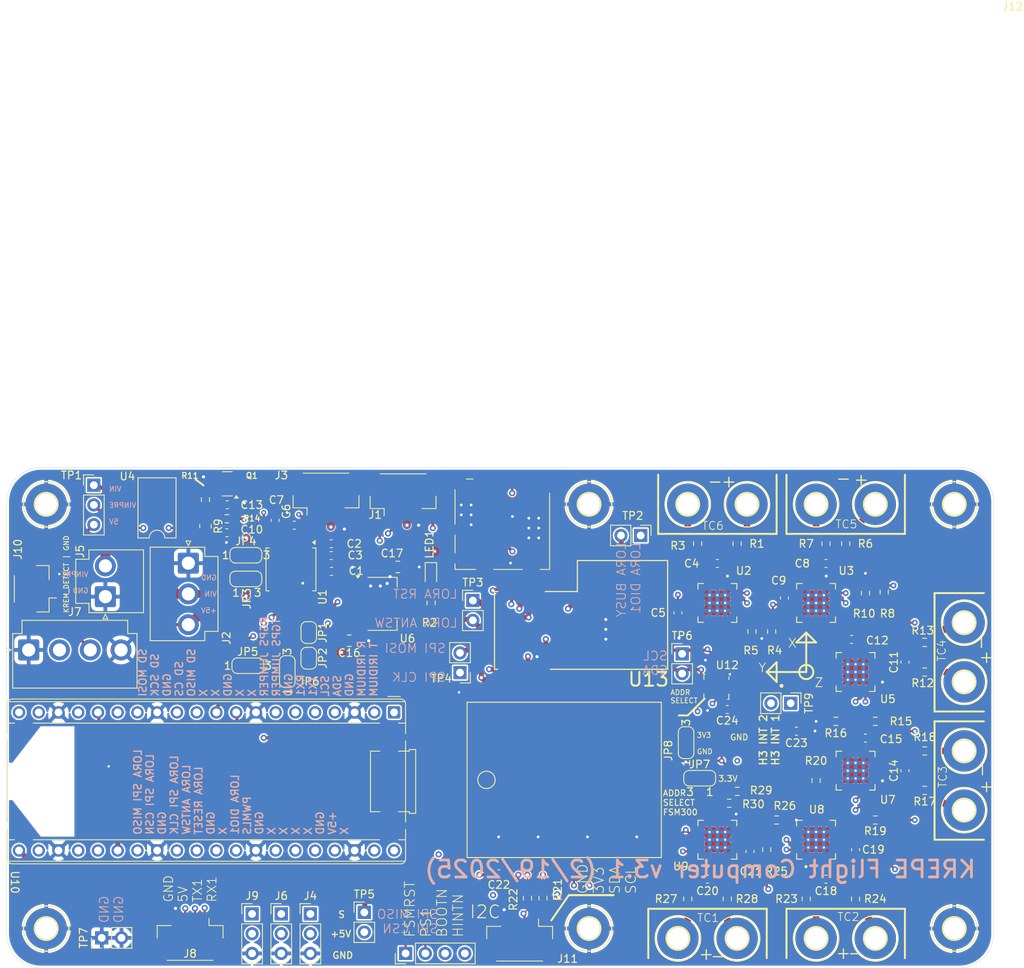
<source format=kicad_pcb>
(kicad_pcb (version 20241229) (generator "pcbnew") (generator_version "9.0")
  (title_block (title "KRUPS Flight Computer") (date "2025-02-20"))
  (layers (0 "F.Cu" signal) (4 "In1.Cu" signal) (6 "In2.Cu" signal) (8 "In3.Cu" signal) (10 "In4.Cu" signal) (2 "B.Cu" signal) (13 "F.Paste" user) (5 "F.SilkS" user "F.Silkscreen") (7 "B.SilkS" user "B.Silkscreen") (1 "F.Mask" user) (3 "B.Mask" user) (25 "Edge.Cuts" user))
  (net 0 "")
  (net 1 "/PWMLS")
  (net 2 "Net-(Q1-G)")
  (net 3 "Net-(U1-C1-)")
  (net 4 "Net-(U1-C1+)")
  (net 5 "Net-(U9-VIN+)")
  (net 6 "Net-(U9-VIN-)")
  (net 7 "+3V3")
  (net 8 "Net-(U8-VIN+)")
  (net 9 "Net-(U8-VIN-)")
  (net 10 "Net-(U1-V+)")
  (net 11 "Net-(H8-Pad1)")
  (net 12 "Net-(U2-VIN-)")
  (net 13 "Net-(H10-Pad1)")
  (net 14 "Net-(U2-VIN+)")
  (net 15 "Net-(U1-C2+)")
  (net 16 "Net-(H13-Pad1)")
  (net 17 "Net-(H14-Pad1)")
  (net 18 "Net-(H15-Pad1)")
  (net 19 "Net-(H16-Pad1)")
  (net 20 "Net-(H17-Pad1)")
  (net 21 "Net-(H18-Pad1)")
  (net 22 "+5V")
  (net 23 "/TX1")
  (net 24 "/RX1")
  (net 25 "/TX_GPS")
  (net 26 "/RX_GPS")
  (net 27 "/SCL")
  (net 28 "/SDA")
  (net 29 "Net-(U1-C2-)")
  (net 30 "Net-(U1-V-)")
  (net 31 "Net-(U3-VIN+)")
  (net 32 "/VIN_PRE")
  (net 33 "Net-(U3-VIN-)")
  (net 34 "Net-(U5-VIN+)")
  (net 35 "Net-(U5-VIN-)")
  (net 36 "Net-(U7-VIN-)")
  (net 37 "/VIN")
  (net 38 "Net-(U7-VIN+)")
  (net 39 "Net-(H1-Pad1)")
  (net 40 "/H3_INT1")
  (net 41 "/H3_INT2")
  (net 42 "Net-(H2-Pad1)")
  (net 43 "Net-(H3-Pad1)")
  (net 44 "Net-(H4-Pad1)")
  (net 45 "Net-(J1-Pin_3)")
  (net 46 "Net-(U8-ADDR)")
  (net 47 "Net-(U9-ADDR)")
  (net 48 "/IRIDIUM_R232")
  (net 49 "/IRIDIUM_T232")
  (net 50 "/KREM_DETECT")
  (net 59 "/SD_SPI_MOSI")
  (net 63 "/SD_SPI_MISO")
  (net 64 "/SD_SPI_CLK")
  (net 65 "/LORA_BUSY")
  (net 66 "/LORA_DIO1")
  (net 67 "/~{LORA_RESET}")
  (net 68 "GND")
  (net 70 "/SD_SPI_CS")
  (net 71 "/TX_GPS_232")
  (net 72 "/RX_GPS_232")
  (net 73 "Net-(LED1-A)")
  (net 74 "Net-(U2-ADDR)")
  (net 75 "Net-(U3-ADDR)")
  (net 76 "Net-(R11-Pad2)")
  (net 77 "Net-(U5-ADDR)")
  (net 78 "Net-(U7-ADDR)")
  (net 79 "Net-(Q1-D)")
  (net 80 "/LORA_SPI_CLK")
  (net 81 "/LORA_SPI_MOSI")
  (net 82 "/LORA_SPI_CSN")
  (net 83 "/LORA_SPI_MISO")
  (net 84 "Net-(J3-Pin_3)")
  (net 85 "/RX_GPS_CONVERT_232")
  (net 86 "/TX_GPS_CONVERT_232")
  (net 87 "/R_IRIDIUM")
  (net 88 "/T_IRIDIUM")
  (net 108 "Net-(JP6-C)")
  (net 109 "/HINTN")
  (net 110 "/BOOTN")
  (net 111 "/PS1")
  (net 112 "/FSM300_RESET")
  (net 114 "unconnected-(U10-GPIO28_ADC2-Pad34)")
  (net 121 "/LORA_ANTSW")
  (net 123 "Net-(JP5-C)")
  (net 133 "Net-(JP7-C)")
  (net 134 "Net-(JP8-C)")
  (footprint "KRUPS_Footprints:2,8-PAD" (layer "F.Cu") (at 209.1944 70.4344)
    (property "Reference" "H7" (hide yes))
    (property "Value" "MountingHole_Pad" (hide yes))
  )
  (footprint "Package_TO_SOT_SMD:SOT-223-3_TabPin2" (layer "F.Cu") (at 135.6 83.25)
    (property "Reference" "U6")
    (property "Value" "TLV1117LV33DCYR")
  )
  (footprint "Capacitor_SMD:C_0603_1608Metric_Pad1.08x0.95mm_HandSolder" (layer "F.Cu") (at 202.8444 90.7544 90)
    (property "Reference" "C11")
    (property "Value" "0.1uF")
  )
  (footprint "Package_SO:SSOP-16_5.3x6.2mm_P0.65mm" (layer "F.Cu") (at 123.8504 78.8164 -90)
    (property "Reference" "U1")
    (property "Value" "UM3232EEAE")
  )
  (footprint "Jumper:SolderJumper-3_P1.3mm_Open_RoundedPad1.0x1.5mm_NumberLabels" (layer "F.Cu") (at 118.048 80.04)
    (property "Reference" "JP3")
    (property "Value" "SolderJumper_3_Open")
  )
  (footprint "Resistor_SMD:R_0603_1608Metric_Pad0.98x0.95mm_HandSolder" (layer "F.Cu") (at 185.0644 114.8844 90)
    (property "Reference" "R25")
    (property "Value" "10k")
  )
  (footprint "Resistor_SMD:R_0603_1608Metric_Pad0.98x0.95mm_HandSolder" (layer "F.Cu") (at 199.0344 111.0744 180)
    (property "Reference" "R19")
    (property "Value" "10k")
  )
  (footprint "Capacitor_SMD:C_0603_1608Metric_Pad1.08x0.95mm_HandSolder" (layer "F.Cu") (at 173.6344 84.4044 -90)
    (property "Reference" "C5")
    (property "Value" "0.1uF")
  )
  (footprint "Capacitor_SMD:C_0603_1608Metric_Pad1.08x0.95mm_HandSolder" (layer "F.Cu") (at 195.9864 87.8334 180)
    (property "Reference" "C12")
    (property "Value" "0.1uF")
  )
  (footprint "Resistor_SMD:R_0603_1608Metric_Pad0.98x0.95mm_HandSolder" (layer "F.Cu") (at 205.3844 107.2644 180)
    (property "Reference" "R17")
    (property "Value" "100")
  )
  (footprint "Capacitor_SMD:C_0603_1608Metric_Pad1.08x0.95mm_HandSolder" (layer "F.Cu") (at 202.8444 104.7244 90)
    (property "Reference" "C14")
    (property "Value" "0.1uF")
  )
  (footprint "Jumper:SolderJumper-3_P1.3mm_Open_RoundedPad1.0x1.5mm_NumberLabels" (layer "F.Cu") (at 174.69 101.122 90)
    (property "Reference" "JP8")
    (property "Value" "SolderJumper_3_Open")
  )
  (footprint "KRUPS_Footprints:QFN65P500X500X100-21N_MCP96L00T-E_MX" (layer "F.Cu") (at 191.4144 83.1344 -90)
    (property "Reference" "U3")
    (property "Value" "MCP96L00T-E_MX" (hide yes))
  )
  (footprint "Jumper:SolderJumper-2_P1.3mm_Open_RoundedPad1.0x1.5mm" (layer "F.Cu") (at 126.1364 90.2464 -90)
    (property "Reference" "JP2")
    (property "Value" "SolderJumper_2_Open")
  )
  (footprint "Resistor_SMD:R_0603_1608Metric_Pad0.98x0.95mm_HandSolder" (layer "F.Cu") (at 191.4144 105.9944 -90)
    (property "Reference" "R20")
    (property "Value" "7.5k")
  )
  (footprint "KRUPS_Footprints:2,8-PAD" (layer "F.Cu") (at 162.2044 70.4344)
    (property "Reference" "H6" (hide yes))
    (property "Value" "MountingHole_Pad" (hide yes))
  )
  (footprint "Connector_PinHeader_2.54mm:PinHeader_1x02_P2.54mm_Vertical" (layer "F.Cu") (at 99.506 126.25 90)
    (property "Reference" "TP7")
    (property "Value" "TEST POINT")
  )
  (footprint "Resistor_SMD:R_0603_1608Metric_Pad0.98x0.95mm_HandSolder" (layer "F.Cu") (at 196.4944 121.2344 90)
    (property "Reference" "R24")
    (property "Value" "100")
  )
  (footprint "Capacitor_SMD:C_0603_1608Metric_Pad1.08x0.95mm_HandSolder" (layer "F.Cu") (at 129.0309 77.0384 180)
    (property "Reference" "C3")
    (property "Value" "0.1uF")
  )
  (footprint "Jumper:SolderJumper-3_P1.3mm_Open_RoundedPad1.0x1.5mm_NumberLabels" (layer "F.Cu") (at 118.048 76.992)
    (property "Reference" "JP4")
    (property "Value" "SolderJumper_3_Open")
  )
  (footprint "KRUPS_Footprints:2,8-PAD" (layer "F.Cu") (at 92.3544 70.4344)
    (property "Reference" "H11" (hide yes))
    (property "Value" "MountingHole_Pad" (hide yes))
  )
  (footprint "Resistor_SMD:R_0603_1608Metric_Pad0.98x0.95mm_HandSolder" (layer "F.Cu") (at 205.3844 92.0244 180)
    (property "Reference" "R12")
    (property "Value" "100")
  )
  (footprint "KRUPS_Footprints:QFN65P500X500X100-21N_MCP96L00T-E_MX" (layer "F.Cu") (at 191.4144 113.6144 90)
    (property "Reference" "U8")
    (property "Value" "MCP96L00T-E_MX" (hide yes))
  )
  (footprint "Connector_JST:JST_GH_BM02B-GHS-TBT_1x02-1MP_P1.25mm_Vertical" (layer "F.Cu") (at 90.87 81.31 90)
    (property "Reference" "J10")
    (property "Value" "~")
  )
  (footprint "Capacitor_SMD:C_0603_1608Metric_Pad1.08x0.95mm_HandSolder" (layer "F.Cu") (at 121.8184 72.5 -90)
    (property "Reference" "C7")
    (property "Value" "0.1uF")
  )
  (footprint "Resistor_SMD:R_0603_1608Metric_Pad0.98x0.95mm_HandSolder" (layer "F.Cu") (at 205.3844 88.2144 180)
    (property "Reference" "R13")
    (property "Value" "100")
  )
  (footprint "KRUPS_Footprints:2,8-PAD" (layer "F.Cu") (at 210.4644 85.6744)
    (property "Reference" "H10" (hide yes))
    (property "Value" "MountingHole_Pad" (hide yes))
  )
  (footprint "Capacitor_SMD:C_0603_1608Metric_Pad1.08x0.95mm_HandSolder" (layer "F.Cu") (at 192.6844 118.6944)
    (property "Reference" "C18")
    (property "Value" "0.1uF")
  )
  (footprint "Package_LGA:LGA-16_3x3mm_P0.5mm_LayoutBorder3x5y" (layer "F.Cu") (at 178.5874 93.9294 -90)
    (property "Reference" "U12")
    (property "Value" "H3LIS100DLTR")
  )
  (footprint "Connector_PinHeader_2.54mm:PinHeader_1x02_P2.54mm_Vertical" (layer "F.Cu") (at 147.258 82.829)
    (property "Reference" "TP3")
    (property "Value" "TEST POINT")
  )
  (footprint "Resistor_SMD:R_0603_1608Metric_Pad0.98x0.95mm_HandSolder" (layer "F.Cu") (at 199.0344 98.3744 180)
    (property "Reference" "R15")
    (property "Value" "10k")
  )
  (footprint "KRUPS_Footprints:2,8-PAD" (layer "F.Cu") (at 191.4144 126.3144)
    (property "Reference" "H15" (hide yes))
    (property "Value" "MountingHole_Pad" (hide yes))
  )
  (footprint "Capacitor_SMD:C_0603_1608Metric_Pad1.08x0.95mm_HandSolder" (layer "F.Cu") (at 182.9054 115.1384 -90)
    (property "Reference" "C21")
    (property "Value" "0.1uF")
  )
  (footprint "KRUPS_Footprints:2,8-PAD" (layer "F.Cu") (at 210.4644 93.2944)
    (property "Reference" "H8" (hide yes))
    (property "Value" "MountingHole_Pad" (hide yes))
  )
  (footprint "KRUPS_Footprints:2,8-PAD" (layer "F.Cu") (at 191.4144 70.4344)
    (property "Reference" "H4" (hide yes))
    (property "Value" "MountingHole_Pad" (hide yes))
  )
  (footprint "KRUPS_Footprints:2,8-PAD" (layer "F.Cu") (at 173.6344 126.3144)
    (property "Reference" "H17" (hide yes))
    (property "Value" "MountingHole_Pad" (hide yes))
  )
  (footprint "Capacitor_SMD:C_0603_1608Metric_Pad1.08x0.95mm_HandSolder" (layer "F.Cu") (at 179.9844 96.8504 180)
    (property "Reference" "C24")
    (property "Value" "0.1uF")
  )
  (footprint "KRUPS_Footprints:2,8-PAD" (layer "F.Cu") (at 210.4644 109.8044)
    (property "Reference" "H13" (hide yes))
    (property "Value" "MountingHole_Pad" (hide yes))
  )
  (footprint "Connector_JST:JST_VH_B2P-VH-B_1x02_P3.96mm_Vertical" (layer "F.Cu") (at 99.972 82.326 90)
    (property "Reference" "J5")
    (property "Value" "JST_VH_B2P")
  )
  (footprint "Connector_JST:JST_GH_BM04B-GHS-TBT_1x04-1MP_P1.25mm_Vertical" (layer "F.Cu") (at 110.875 126.5256 180)
    (property "Reference" "J8")
    (property "Value" "JST_GH_BM04B-GHS")
  )
  (footprint "Resistor_SMD:R_0603_1608Metric_Pad0.98x0.95mm_HandSolder" (layer "F.Cu") (at 195.2244 75.5144 -90)
    (property "Reference" "R6")
    (property "Value" "100")
  )
  (footprint "Connector_PinHeader_2.54mm:PinHeader_1x02_P2.54mm_Vertical" (layer "F.Cu") (at 145.6 92.105 180)
    (property "Reference" "TP4")
    (property "Value" "TEST POINT")
  )
  (footprint "Connector_PinHeader_2.54mm:PinHeader_1x03_P2.54mm_Vertical" (layer "F.Cu") (at 122.6 123.17)
    (property "Reference" "J6")
    (property "Value" "~")
  )
  (footprint "KRUPS_Footprints:LR62XE" (layer "F.Cu") (at 150.0365 81.66605 -90)
    (property "Reference" "U13")
    (property "Value" "LR62XE")
  )
  (footprint "KRUPS_Footprints:QFN65P500X500X100-21N_MCP96L00T-E_MX" (layer "F.Cu") (at 178.7144 83.1344 -90)
    (property "Reference" "U2")
    (property "Value" "MCP96L00T-E_MX" (hide yes))
  )
  (footprint "KRUPS_Footprints:2,8-PAD" (layer "F.Cu") (at 181.2544 126.3144)
    (property "Reference" "H18" (hide yes))
    (property "Value" "MountingHole_Pad" (hide yes))
  )
  (footprint "Resistor_SMD:R_0603_1608Metric_Pad0.98x0.95mm_HandSolder" (layer "F.Cu") (at 174.9044 121.2344 90)
    (property "Reference" "R27")
    (property "Value" "100")
  )
  (footprint "Package_DIP:SMDIP-6_W7.62mm" (layer "F.Cu") (at 106.618 70.896 180)
    (property "Reference" "U4")
    (property "Value" "AQV252G3A")
  )
  (footprint "Connector_JST:JST_VH_B3P-VH-B_1x03_P3.96mm_Vertical" (layer "F.Cu") (at 110.65 78.0125 -90)
    (property "Reference" "J2")
    (property "Value" "JST_VH_B4P-VH-B")
  )
  (footprint "Capacitor_SMD:C_0603_1608Metric_Pad1.08x0.95mm_HandSolder" (layer "F.Cu") (at 115.6 74.1 180)
    (property "Reference" "C10")
    (property "Value" "0.1uF")
  )
  (footprint "Connector_PinHeader_2.54mm:PinHeader_1x04_P2.54mm_Vertical" (layer "F.Cu") (at 138.6 128.25 90)
    (property "Reference" "TP8" (hide yes))
    (property "Value" "~")
  )
  (footprint "KRUPS_Footprints:2,8-PAD" (layer "F.Cu") (at 182.5244 70.4344)
    (property "Reference" "H1" (hide yes))
    (property "Value" "MountingHole_Pad" (hide yes))
  )
  (footprint "Connector_PinHeader_2.54mm:PinHeader_1x03_P2.54mm_Vertical" (layer "F.Cu") (at 118.85 123.17)
    (property "Reference" "J9")
    (property "Value" "~")
  )
  (footprint "Resistor_SMD:R_0603_1608Metric_Pad0.98x0.95mm_HandSolder" (layer "F.Cu") (at 185.6994 86.8174 90)
    (property "Reference" "R4")
    (property "Value" "10k")
  )
  (footprint "Resistor_SMD:R_0805_2012Metric" (layer "F.Cu") (at 112.85 73.25 -90)
    (property "Reference" "R9")
    (property "Value" "500k")
  )
  (footprint "Connector_PinHeader_2.54mm:PinHeader_1x03_P2.54mm_Vertical" (layer "F.Cu") (at 126.35 123.17)
    (property "Reference" "J4")
    (property "Value" "~")
  )
  (footprint "Resistor_SMD:R_0603_1608Metric_Pad0.98x0.95mm_HandSolder" (layer "F.Cu") (at 154.2744 121.1244 -90)
    (property "Reference" "R22")
    (property "Value" "1k")
  )
  (footprint "KRUPS_Footprints:QFN65P500X500X100-21N_MCP96L00T-E_MX" (layer "F.Cu") (at 178.7144 113.6144 90)
    (property "Reference" "U9")
    (property "Value" "MCP96L00T-E_MX" (hide yes))
  )
  (footprint "KRUPS_Footprints:FSM300_FOOTPRINT" (layer "F.Cu") (at 171.50355 115.91 90)
    (property "Reference" "U11" (hide yes))
    (property "Value" "FSM300" (hide yes))
  )
  (footprint "Capacitor_SMD:C_0603_1608Metric_Pad1.08x0.95mm_HandSolder" (layer "F.Cu") (at 124.2744 73.1244)
    (property "Reference" "C6")
    (property "Value" "0.1uF")
  )
  (footprint "Resistor_SMD:R_0603_1608Metric_Pad0.98x0.95mm_HandSolder" (layer "F.Cu") (at 181.2544 75.5144 -90)
    (property "Reference" "R1")
    (property "Value" "100")
  )
  (footprint "Resistor_SMD:R_0603_1608Metric_Pad0.98x0.95mm_HandSolder" (layer "F.Cu") (at 183.1594 86.8174 90)
    (property "Reference" "R5")
    (property "Value" "4.3k")
  )
  (footprint "Module:RaspberryPi_Pico_Common_THT" (layer "F.Cu") (at 137.12 97.22 -90)
    (property "Reference" "U10")
    (property "Value" "Pico_2_W")
  )
  (footprint "Connector_PinHeader_2.54mm:PinHeader_1x02_P2.54mm_Vertical" (layer "F.Cu") (at 168.848 74.452 -90)
    (property "Reference" "TP2")
    (property "Value" "TEST POINT")
  )
  (footprint "Capacitor_SMD:C_0603_1608Metric_Pad1.08x0.95mm_HandSolder" (layer "F.Cu") (at 177.4444 118.6944)
    (property "Reference" "C20")
    (property "Value" "0.1uF")
  )
  (footprint "Capacitor_SMD:C_0603_1608Metric_Pad1.08x0.95mm_HandSolder" (layer "F.Cu") (at 129.0309 75.5144 180)
    (property "Reference" "C2")
    (property "Value" "0.1uF")
  )
  (footprint "Connector_PinHeader_2.54mm:PinHeader_1x02_P2.54mm_Vertical" (layer "F.Cu") (at 174.182 89.687)
    (property "Reference" "TP6")
    (property "Value" "TEST POINT")
  )
  (footprint "Capacitor_SMD:C_0603_1608Metric_Pad1.08x0.95mm_HandSolder" (layer "F.Cu") (at 188.8744 99.6444)
    (property "Reference" "C23")
    (property "Value" "0.1uF")
  )
  (footprint "KRUPS_Footprints:2,8-PAD" (layer "F.Cu") (at 199.0344 126.3144)
    (property "Reference" "H16" (hide yes))
    (property "Value" "MountingHole_Pad" (hide yes))
  )
  (footprint "Resistor_SMD:R_0603_1608Metric_Pad0.98x0.95mm_HandSolder" (layer "F.Cu") (at 156.2744 121.1244 -90)
    (property "Reference" "R21")
    (property "Value" "1k")
  )
  (footprint "Capacitor_SMD:C_0603_1608Metric_Pad1.08x0.95mm_HandSolder" (layer "F.Cu") (at 197.7644 100.5334)
    (property "Reference" "C15")
    (property "Value" "0.1uF")
  )
  (footprint "Connector_PinHeader_2.54mm:PinHeader_1x02_P2.54mm_Vertical" (layer "F.Cu") (at 133.288 122.966)
    (property "Reference" "TP5")
    (property "Value" "TEST POINT")
  )
  (footprint "Resistor_SMD:R_0603_1608Metric_Pad0.98x0.95mm_HandSolder" (layer "F.Cu") (at 193.9544 98.3744)
    (property "Reference" "R16")
    (property "Value" "4.3k")
  )
  (footprint "Resistor_SMD:R_0603_1608Metric_Pad0.98x0.95mm_HandSolder" (layer "F.Cu") (at 176.1744 75.5144 -90)
    (property "Reference" "R3")
    (property "Value" "100")
  )
  (footprint "Connector_JST:JST_VH_B4P-VH-B_1x04_P3.96mm_Vertical" (layer "F.Cu") (at 90.108 89.184)
    (property "Reference" "J7")
    (property "Value" "Conn_01x04")
  )
  (footprint "Capacitor_SMD:C_0603_1608Metric_Pad1.08x0.95mm_HandSolder" (layer "F.Cu") (at 115.6625 70.5 180)
    (property "Reference" "C13")
    (property "Value" "0.1uF")
  )
  (footprint "KRUPS_Footprints:QFN65P500X500X100-21N_MCP96L00T-E_MX" (layer "F.Cu") (at 196.4944 92.0244 180)
    (property "Reference" "U5")
    (property "Value" "MCP96L00T-E_MX" (hide yes))
  )
  (footprint "Jumper:SolderJumper-3_P1.3mm_Open_RoundedPad1.0x1.5mm_NumberLabels" (layer "F.Cu") (at 118.302 91.216)
    (property "Reference" "JP5")
    (property "Value" "SolderJumper_3_Open")
  )
  (footprint "Connector_PinHeader_2.54mm:PinHeader_1x03_P2.54mm_Vertical" (layer "F.Cu") (at 98.49 67.975)
    (property "Reference" "TP1")
    (property "Value" "Conn_01x03")
  )
  (footprint "Resistor_SMD:R_0603_1608Metric_Pad0.98x0.95mm_HandSolder" (layer "F.Cu") (at 179.9844 121.2344 90)
    (property "Reference" "R28")
    (property "Value" "100")
  )
  (footprint "Jumper:SolderJumper-3_P1.3mm_Open_RoundedPad1.0x1.5mm_NumberLabels" (layer "F.Cu") (at 176.438 105.694 180)
    (property "Reference" "JP7")
    (property "Value" "SolderJumper_3_Open")
  )
  (footprint "KRUPS_Footprints:QFN65P500X500X100-21N_MCP96L00T-E_MX" (layer "F.Cu") (at 196.4944 104.7244 180)
    (property "Reference" "U7")
    (property "Value" "MCP96L00T-E_MX" (hide yes))
  )
  (footprint "Resistor_SMD:R_0603_1608Metric_Pad0.98x0.95mm_HandSolder" (layer "F.Cu") (at 205.3844 102.1844 180)
    (property "Reference" "R18")
    (property "Value" "100")
  )
  (footprint "Capacitor_SMD:C_0805_2012Metric_Pad1.18x1.45mm_HandSolder" (layer "F.Cu") (at 137.6 78.5 180)
    (property "Reference" "C17")
    (property "Value" "1uF")
  )
  (footprint "Capacitor_SMD:C_0805_2012Metric_Pad1.18x1.45mm_HandSolder" (layer "F.Cu") (at 131.35 88)
    (property "Reference" "C16")
    (property "Value" "1uF")
  )
  (footprint "LED_SMD:LED_0603_1608Metric_Pad1.05x0.95mm_HandSolder" (layer "F.Cu") (at 141.8619 79.6009 -90)
    (property "Reference" "LED1")
    (property "Value" "LED")
  )
  (footprint "Capacitor_SMD:C_0603_1608Metric_Pad1.08x0.95mm_HandSolder" (layer "F.Cu") (at 178.7144 78.0544 180)
    (property "Reference" "C4")
    (property "Value" "0.1uF")
  )
  (footprint "Resistor_SMD:R_0603_1608Metric_Pad0.98x0.95mm_HandSolder" (layer "F.Cu") (at 197.7644 81.8644 -90)
    (property "Reference" "R10")
    (property "Value" "2.2k")
  )
  (footprint "Connector_JST:JST_GH_BM04B-GHS-TBT_1x04-1MP_P1.25mm_Vertical" (layer "F.Cu") (at 153.2744 126.6244 180)
    (property "Reference" "J11")
    (property "Value" "BM04B-JST-GH")
  )
  (footprint "Resistor_SMD:R_0603_1608Metric_Pad0.98x0.95mm_HandSolder" (layer "F.Cu") (at 115.6 72.3 180)
    (property "Reference" "R14")
    (property "Value" "1k")
  )
  (footprint "KRUPS_Footprints:2,8-PAD" (layer "F.Cu") (at 174.9044 70.4344)
    (property "Reference" "H2" (hide yes))
    (property "Value" "MountingHole_Pad" (hide yes))
  )
  (footprint "Package_TO_SOT_SMD:SOT-23" (layer "F.Cu") (at 115.6625 67.8 180)
    (property "Reference" "Q1")
    (property "Value" "2N7002K")
  )
  (footprint "Resistor_SMD:R_0603_1608Metric_Pad0.98x0.95mm_HandSolder" (layer "F.Cu") (at 200.1774 81.7374 -90)
    (property "Reference" "R8")
    (property "Value" "10k")
  )
  (footprint "KRUPS_Footprints:2,8-PAD" (layer "F.Cu") (at 92.3544 125.0444)
    (property "Reference" "H12" (hide yes))
    (property "Value" "MountingHole_Pad" (hide yes))
  )
  (footprint "Capacitor_SMD:C_0603_1608Metric_Pad1.08x0.95mm_HandSolder" (layer "F.Cu") (at 192.6844 78.0544 180)
    (property "Reference" "C8")
    (property "Value" "0.1uF")
  )
  (footprint "Connector_JST:JST_GH_BM04B-GHS-TBT_1x04-1MP_P1.25mm_Vertical" (layer "F.Cu") (at 138.2744 69.1244)
    (property "Reference" "J1")
    (property "Value" "JST_GH_BM04B")
  )
  (footprint "Connector_PinHeader_2.54mm:PinHeader_1x02_P2.54mm_Vertical" (layer "F.Cu") (at 188.152 96.042 -90)
    (property "Reference" "TP9")
    (property "Value" "Conn_01x02")
  )
  (footprint "Resistor_SMD:R_0603_1608Metric_Pad0.98x0.95mm_HandSolder" (layer "F.Cu") (at 141.8844 83.1344 90)
    (property "Reference" "R2")
    (property "Value" "100")
  )
  (footprint "Jumper:SolderJumper-2_P1.3mm_Open_RoundedPad1.0x1.5mm" (layer "F.Cu") (at 126.1364 86.9444 -90)
    (property "Reference" "JP1")
    (property "Value" "SolderJumper_2_Open")
  )
  (footprint "KRUPS_Footprints:2,8-PAD" (layer "F.Cu") (at 209.1944 125.0444)
    (property "Reference" "H9" (hide yes))
    (property "Value" "MountingHole_Pad" (hide yes))
  )
  (footprint "Connector_JST:JST_GH_BM04B-GHS-TBT_1x04-1MP_P1.25mm_Vertical" (layer "F.Cu") (at 128.362965 69.035947)
    (property "Reference" "J3")
    (property "Value" "JST_GH_BM04B")
  )
  (footprint "Capacitor_SMD:C_0603_1608Metric_Pad1.08x0.95mm_HandSolder" (layer "F.Cu") (at 150.6 118)
    (property "Reference" "C22")
    (property "Value" "0.1uF")
  )
  (footprint "Resistor_SMD:R_0603_1608Metric_Pad0.98x0.95mm_HandSolder" (layer "F.Cu") (at 186.3344 111.0744 180)
    (property "Reference" "R26")
    (property "Value" "13k")
  )
  (footprint "KRUPS_Footprints:2,8-PAD" (layer "F.Cu") (at 162.2044 125.0444)
    (property "Reference" "H5" (hide yes))
    (property "Value" "MountingHole_Pad" (hide yes))
  )
  (footprint "Resistor_SMD:R_0603_1608Metric_Pad0.98x0.95mm_HandSolder" (layer "F.Cu") (at 180.2384 108.9154 180)
    (property "Reference" "R30")
    (property "Value" "7.5k")
  )
  (footprint "Jumper:SolderJumper-3_P1.3mm_Open_RoundedPad1.0x1.5mm_NumberLabels" (layer "F.Cu") (at 123.382 91.978 90)
    (property "Reference" "JP6")
    (property "Value" "SolderJumper_3_Open")
  )
  (footprint "Connector_Card:microSD_HC_Molex_104031-0811" (layer "F.Cu") (at 151.0244 73)
    (property "Reference" "J12")
    (property "Value" "Micro_SD_Card_Det2")
  )
  (footprint "KRUPS_Footprints:2,8-PAD" (layer "F.Cu") (at 210.4644 102.1844)
    (property "Reference" "H14" (hide yes))
    (property "Value" "MountingHole_Pad" (hide yes))
  )
  (footprint "Resistor_SMD:R_0603_1608Metric_Pad0.98x0.95mm_HandSolder" (layer "F.Cu") (at 192.6844 75.5144 -90)
    (property "Reference" "R7")
    (property "Value" "100")
  )
  (footprint "Resistor_SMD:R_0603_1608Metric_Pad0.98x0.95mm_HandSolder" (layer "F.Cu") (at 112.85 69.8375 -90)
    (property "Reference" "R11")
    (property "Value" "1.5k")
  )
  (footprint "Resistor_SMD:R_0603_1608Metric_Pad0.98x0.95mm_HandSolder" (layer "F.Cu") (at 190.1444 121.2344 90)
    (property "Reference" "R23")
    (property "Value" "100")
  )
  (footprint "KRUPS_Footprints:2,8-PAD" (layer "F.Cu") (at 199.0344 70.4344)
    (property "Reference" "H3" (hide yes))
    (property "Value" "MountingHole_Pad" (hide yes))
  )
  (footprint "Capacitor_SMD:C_0603_1608Metric_Pad1.08x0.95mm_HandSolder" (layer "F.Cu") (at 187.3504 82.4994 90)
    (property "Reference" "C9")
    (property "Value" "0.1uF")
  )
  (footprint "Resistor_SMD:R_0603_1608Metric_Pad0.98x0.95mm_HandSolder" (layer "F.Cu") (at 181.2744 107.3914 180)
    (property "Reference" "R29")
    (property "Value" "10k")
  )
  (footprint "Capacitor_SMD:C_0603_1608Metric_Pad1.08x0.95mm_HandSolder" (layer "F.Cu") (at 196.4944 114.8844 -90)
    (property "Reference" "C19")
    (property "Value" "0.1uF")
  )
  (footprint "Capacitor_SMD:C_0603_1608Metric_Pad1.08x0.95mm_HandSolder" (layer "F.Cu") (at 129.0574 79.0704 180)
    (property "Reference" "C1")
    (property "Value" "0.1uF")
  )
  (gr_line (start 173.7744 87.6244) (end 173.7744 85.6244) (stroke (width 0.3048)) (layer "F.Cu") (net 68))
  (gr_line (start 187.6044 122.5044) (end 187.6044 128.8544) (stroke (width 0.254)) (layer "F.SilkS"))
  (gr_line (start 190.1444 86.9444) (end 190.1444 92.0244) (stroke (width 0.254)) (layer "F.SilkS"))
  (gr_line (start 187.6044 74.2444) (end 202.8444 74.2444) (stroke (width 0.254)) (layer "F.SilkS"))
  (gr_line (start 186.3344 93.2944) (end 185.0644 92.0244) (stroke (width 0.254)) (layer "F.SilkS"))
  (gr_line (start 169.8244 122.5044) (end 169.8244 128.8544) (stroke (width 0.254)) (layer "F.SilkS"))
  (gr_line (start 202.8444 128.8544) (end 202.8444 122.5044) (stroke (width 0.254)) (layer "F.SilkS"))
  (gr_line (start 173.7614 97.6124) (end 174.9044 97.6124) (stroke (width 0.254)) (layer "F.SilkS"))
  (gr_line (start 190.1444 86.9444) (end 188.8744 88.2144) (stroke (width 0.254)) (layer "F.SilkS"))
  (gr_line (start 202.8444 122.5044) (end 187.6044 122.5044) (stroke (width 0.254)) (layer "F.SilkS"))
  (gr_line (start 188.8744 88.2144) (end 191.4144 88.2144) (stroke (width 0.254)) (layer "F.SilkS"))
  (gr_line (start 186.3344 74.2444) (end 186.3344 66.6244) (stroke (width 0.254)) (layer "F.SilkS"))
  (gr_circle (center 186.9694 93.8024) (end 187.0964 93.8024) (stroke (width 0.254)) (fill no) (layer "F.SilkS"))
  (gr_line (start 174.9044 97.6124) (end 177.0634 95.4534) (stroke (width 0.254)) (layer "F.SilkS"))
  (gr_line (start 159.6 120.75) (end 165.35 120.75) (stroke (width 0.254)) (layer "F.SilkS"))
  (gr_line (start 206.6544 113.6144) (end 213.0044 113.6144) (stroke (width 0.254)) (layer "F.SilkS"))
  (gr_line (start 213.0044 81.8644) (end 206.6544 81.8644) (stroke (width 0.254)) (layer "F.SilkS"))
  (gr_line (start 171.0944 66.6244) (end 171.0944 74.2444) (stroke (width 0.254)) (layer "F.SilkS"))
  (gr_line (start 186.3344 90.7544) (end 186.3344 93.2944) (stroke (width 0.254)) (layer "F.SilkS"))
  (gr_line (start 185.0644 128.8544) (end 185.0644 122.5044) (stroke (width 0.254)) (layer "F.SilkS"))
  (gr_line (start 157.35 124) (end 159.6 120.75) (stroke (width 0.254)) (layer "F.SilkS"))
  (gr_line (start 171.0944 74.2444) (end 186.3344 74.2444) (stroke (width 0.254)) (layer "F.SilkS"))
  (gr_line (start 206.6544 98.3744) (end 206.6544 113.6144) (stroke (width 0.254)) (layer "F.SilkS"))
  (gr_line (start 206.6544 97.1044) (end 213.0044 97.1044) (stroke (width 0.254)) (layer "F.SilkS"))
  (gr_line (start 206.6544 81.8644) (end 206.6544 97.1044) (stroke (width 0.254)) (layer "F.SilkS"))
  (gr_line (start 185.0644 122.5044) (end 169.8244 122.5044) (stroke (width 0.254)) (layer "F.SilkS"))
  (gr_circle (center 190.1444 92.0244) (end 191.060209 92.0244) (stroke (width 0.254)) (fill no) (layer "F.SilkS"))
  (gr_line (start 202.8444 74.2444) (end 202.8444 66.6244) (stroke (width 0.254)) (layer "F.SilkS"))
  (gr_line (start 187.6044 66.6244) (end 187.6044 74.2444) (stroke (width 0.254)) (layer "F.SilkS"))
  (gr_line (start 185.0644 92.0244) (end 186.3344 90.7544) (stroke (width 0.254)) (layer "F.SilkS"))
  (gr_line (start 213.0044 98.3744) (end 206.6544 98.3744) (stroke (width 0.254)) (layer "F.SilkS"))
  (gr_line (start 112.6 68) (end 111.6 67.25) (stroke (width 0.254)) (layer "F.SilkS"))
  (gr_line (start 190.1444 92.0244) (end 185.0644 92.0244) (stroke (width 0.254)) (layer "F.SilkS"))
  (gr_line (start 191.4144 88.2144) (end 190.1444 86.9444) (stroke (width 0.254)) (layer "F.SilkS"))
  (gr_line (start 159.6 120.75) (end 165.35 120.75) (stroke (width 0.254)) (layer "F.SilkS"))
  (gr_arc (start 214.2544 125.6794) (mid 212.95249 128.82249) (end 209.8094 130.1244) (stroke (width 0.05)) (layer "Edge.Cuts"))
  (gr_arc (start 87.2744 70.1294) (mid 88.57631 66.98631) (end 91.7194 65.6844) (stroke (width 0.05)) (layer "Edge.Cuts"))
  (gr_arc (start 91.7194 130.1244) (mid 88.57631 128.82249) (end 87.2744 125.6794) (stroke (width 0.05)) (layer "Edge.Cuts"))
  (gr_line (start 91.7194 130.1244) (end 209.8094 130.1244) (stroke (width 0.05)) (layer "Edge.Cuts"))
  (gr_line (start 209.8094 65.6844) (end 91.7194 65.6844) (stroke (width 0.05)) (layer "Edge.Cuts"))
  (gr_arc (start 209.8094 65.6844) (mid 212.95249 66.98631) (end 214.2544 70.1294) (stroke (width 0.05)) (layer "Edge.Cuts"))
  (gr_line (start 214.2544 125.6794) (end 214.2544 70.1294) (stroke (width 0.05)) (layer "Edge.Cuts"))
  (gr_line (start 87.2744 70.1294) (end 87.2744 125.6794) (stroke (width 0.05)) (layer "Edge.Cuts"))
  (gr_text "S" (at 129.85 123.75 0) (layer "F.SilkS") (effects (font (size 0.8636 0.8636) (thickness 0.1524)) (justify left bottom)))
  (gr_text "TC5" (at 193.8274 73.6094 0) (layer "F.SilkS") (effects (font (size 1.04013 1.04013) (thickness 0.10287)) (justify left bottom)))
  (gr_text "H3 INT 2\nH3 INT 1" (at 186.755 104.17 90) (layer "F.SilkS") (effects (font (size 0.97155 0.97155) (thickness 0.17145)) (justify left bottom)))
  (gr_text "-" (at 195.3514 129.1084 0) (layer "F.SilkS") (effects (font (size 1.61798 1.61798) (thickness 0.16002)) (justify left bottom)))
  (gr_text "+" (at 193.8274 129.1084 0) (layer "F.SilkS") (effects (font (size 1.61798 1.61798) (thickness 0.16002)) (justify left bottom)))
  (gr_text "-" (at 177.3174 68.4024 0) (layer "F.SilkS") (effects (font (size 1.61798 1.61798) (thickness 0.16002)) (justify left bottom)))
  (gr_text "GND" (at 180.2744 100.8744 0) (layer "F.SilkS") (effects (font (size 0.76454 0.76454) (thickness 0.12446)) (justify left bottom)))
  (gr_text "3.3V" (at 178.754 106.202 0) (layer "F.SilkS") (effects (font (size 0.76454 0.76454) (thickness 0.12446)) (justify left bottom)))
  (gr_text "TC4" (at 208.1784 90.7544 90) (layer "F.SilkS") (effects (font (size 1.04013 1.04013) (thickness 0.10287)) (justify left bottom)))
  (gr_text "I2C" (at 146.75 123.855 0) (layer "F.SilkS") (effects (font (size 1.63576 1.63576) (thickness 0.14224)) (justify left bottom)))
  (gr_text "KREM_DETECT | GND" (at 95.315 84.485 90) (layer "F.SilkS") (effects (font (size 0.635 0.635) (thickness 0.11176)) (justify left bottom)))
  (gr_text "+" (at 196.1134 68.1484 0) (layer "F.SilkS") (effects (font (size 1.61798 1.61798) (thickness 0.16002)) (justify left bottom)))
  (gr_text "+" (at 212.2424 91.0084 0) (layer "F.SilkS") (effects (font (size 1.61798 1.61798) (thickness 0.16002)) (justify left bottom)))
  (gr_text "+" (at 176.1744 129.2354 0) (layer "F.SilkS") (effects (font (size 1.61798 1.61798) (thickness 0.16002)) (justify left bottom)))
  (gr_text "+5V" (at 128.85 126.25 0) (layer "F.SilkS") (effects (font (size 0.8636 0.8636) (thickness 0.1524)) (justify left bottom)))
  (gr_text "+" (at 212.2424 107.6454 0) (layer "F.SilkS") (effects (font (size 1.61798 1.61798) (thickness 0.16002)) (justify left bottom)))
  (gr_text "TC6" (at 179.6034 72.5934 0) (layer "F.SilkS") (effects (font (size 1.04013 1.04013) (thickness 0.10287)) (justify right top)))
  (gr_text "TC1" (at 176.0474 124.2824 0) (layer "F.SilkS") (effects (font (size 1.04013 1.04013) (thickness 0.10287)) (justify left bottom)))
  (gr_text "GND\n3V3\nSDA\nSCL" (at 168.34 120.68 90) (layer "F.SilkS") (effects (font (size 1.28524 1.28524) (thickness 0.11176)) (justify left bottom)))
  (gr_text "Y" (at 183.9214 92.1514 0) (layer "F.SilkS") (effects (font (size 1.1557 1.1557) (thickness 0.1143)) (justify left bottom)))
  (gr_text "3V3\n\nGND" (at 176.0244 102.646 0) (layer "F.SilkS") (effects (font (size 0.65532 0.65532) (thickness 0.10668)) (justify left bottom)))
  (gr_text "ADDR\nSELECT\nFSM300" (at 171.642 110.52 0) (layer "F.SilkS") (effects (font (size 0.76454 0.76454) (thickness 0.12446)) (justify left bottom)))
  (gr_text "Z" (at 191.1604 94.0564 0) (layer "F.SilkS") (effects (font (size 1.1557 1.1557) (thickness 0.1143)) (justify left bottom)))
  (gr_text "GND\n5V\nTX1\nRX1" (at 114.35 121.75 90) (layer "F.SilkS") (effects (font (size 1.1557 1.1557) (thickness 0.1143)) (justify left bottom)))
  (gr_text "X" (at 187.7314 88.9764 0) (layer "F.SilkS") (effects (font (size 1.1557 1.1557) (thickness 0.1143)) (justify left bottom)))
  (gr_text "GND" (at 129.1 129 0) (layer "F.SilkS") (effects (font (size 0.8636 0.8636) (thickness 0.1524)) (justify left bottom)))
  (gr_text "-" (at 193.8274 68.0214 0) (layer "F.SilkS") (effects (font (size 1.61798 1.61798) (thickness 0.16002)) (justify left bottom)))
  (gr_text "+" (at 179.0954 68.4024 0) (layer "F.SilkS") (effects (font (size 1.61798 1.61798) (thickness 0.16002)) (justify left bottom)))
  (gr_text "-" (at 213.6394 105.7404 90) (layer "F.SilkS") (effects (font (size 1.61798 1.61798) (thickness 0.16002)) (justify left bottom)))
  (gr_text "TC2" (at 194.0814 124.1554 0) (layer "F.SilkS") (effects (font (size 1.04013 1.04013) (thickness 0.10287)) (justify left bottom)))
  (gr_text "TC3" (at 208.3054 107.0104 90) (layer "F.SilkS") (effects (font (size 1.04013 1.04013) (thickness 0.10287)) (justify left bottom)))
  (gr_text "ADDR\nSELECT" (at 172.6184 96.0884 0) (layer "F.SilkS") (effects (font (size 0.65532 0.65532) (thickness 0.10668)) (justify left bottom)))
  (gr_text "FSMRST\nPS1\nBOOTN\nHINTN" (at 146.1 126.25 90) (layer "F.SilkS") (effects (font (size 1.28524 1.28524) (thickness 0.11176)) (justify left bottom)))
  (gr_text "-" (at 177.6984 129.4894 0) (layer "F.SilkS") (effects (font (size 1.61798 1.61798) (thickness 0.16002)) (justify left bottom)))
  (gr_text "-" (at 213.5124 89.3574 90) (layer "F.SilkS") (effects (font (size 1.61798 1.61798) (thickness 0.16002)) (justify left bottom)))
  (gr_text "LORA BUSY\nLORA DIO1\n" (at 168.89 75.27 90) (layer "B.SilkS") (effects (font (size 1.1557 1.1557) (thickness 0.1143)) (justify left bottom mirror)))
  (gr_text "KREPE Flight Computer v3.1 (2/19/2025)" (at 212.155 118.6944 0) (layer "B.SilkS") (effects (font (size 2.1844 2.1844) (thickness 0.3556)) (justify left bottom mirror)))
  (gr_text "LORA RST\n\nLORA ANTSW\n" (at 145.35 86.39 0) (layer "B.SilkS") (effects (font (size 1.1557 1.1557) (thickness 0.1143)) (justify left bottom mirror)))
  (gr_text "SPI MOSI\n\nSPI CLK" (at 143.85 93.375 0) (layer "B.SilkS") (effects (font (size 1.1557 1.1557) (thickness 0.1143)) (justify left bottom mirror)))
  (gr_text "SCL\nSDA\n" (at 172.3885 92.486 0) (layer "B.SilkS") (effects (font (size 1.1557 1.1557) (thickness 0.1143)) (justify left bottom mirror)))
  (gr_text "SD MOSI\nSD SCK\nGND\nSD CS\nSD MISO\nX\nX\nGND\nX\nX\nRGPS JUMPER\nTGPS JUMPER\nGND\nRX1\nTX1\nSCL\nSDA\nGND\nR IRIDIUM\nT IRIDIUM\n" (at 104.205 95.28 90) (layer "B.SilkS") (effects (font (size 0.97155 0.97155) (thickness 0.17145)) (justify right top mirror)))
  (gr_text "GND\nGND" (at 102.35 120.75 90) (layer "B.SilkS") (effects (font (size 1.1557 1.1557) (thickness 0.1143)) (justify left bottom mirror)))
  (gr_text "SPI MISO\nSPI CSN\n" (at 142.85 125.75 0) (layer "B.SilkS") (effects (font (size 1.1557 1.1557) (thickness 0.1143)) (justify left bottom mirror)))
  (gr_text "GND\n\nVIN\n\n+5V" (at 114.365 84.485 0) (layer "B.SilkS") (effects (font (size 0.65532 0.65532) (thickness 0.10668)) (justify left bottom mirror)))
  (gr_text "VIN\n\nVINPRE\n\n5V" (at 100.395 73.055 0) (layer "B.SilkS") (effects (font (size 0.65532 0.65532) (thickness 0.10668)) (justify right bottom mirror)))
  (gr_text "VINPRE\n\nGND" (at 97.855 81.945 0) (layer "B.SilkS") (effects (font (size 0.65532 0.65532) (thickness 0.10668)) (justify left bottom mirror)))
  (gr_text "LORA SPI MISO\nLORA SPI CSN\nGND\nLORA SPI CLK\nLORA ANTSW\nLORA RESET\nGND\nX\nLORA DIO1\nPWMLS\nGND\nX\nX\nX\nX\nGND\n+5V\nX" (at 103.57 113.06 90) (layer "B.SilkS") (effects (font (size 0.97155 0.97155) (thickness 0.17145)) (justify right top mirror)))
  (segment (start 114.8 69.1) (end 115.15 68.75) (width 0.3048) (layer "F.Cu") (net 2))
  (segment (start 114.8 70.5) (end 114.8 69.1) (width 0.3048) (layer "F.Cu") (net 2))
  (segment (start 114.6875 72.1875) (end 113.9 71.4) (width 0.3048) (layer "F.Cu") (net 2))
  (segment (start 112.85 72.3375) (end 112.9625 72.3375) (width 0.3048) (layer "F.Cu") (net 2))
  (segment (start 112.9625 72.3375) (end 113.9 71.4) (width 0.3048) (layer "F.Cu") (net 2))
  (segment (start 113.9 71.4) (end 114.8 70.5) (width 0.3048) (layer "F.Cu") (net 2))
  (segment (start 114.6875 72.3) (end 114.6875 72.1875) (width 0.3048) (layer "F.Cu") (net 2))
  (segment (start 115.15 68.75) (end 116.6 68.75) (width 0.3048) (layer "F.Cu") (net 2))
  (segment (start 128.592 74.213) (end 125.1518 74.213) (width 0.3048) (layer "F.Cu") (net 3))
  (segment (start 129.8934 75.5144) (end 128.592 74.213) (width 0.3048) (layer "F.Cu") (net 3))
  (segment (start 124.8254 74.5394) (end 124.8254 75.4039) (width 0.3048) (layer "F.Cu") (net 3))
  (segment (start 125.1518 74.213) (end 124.8254 74.5394) (width 0.3048) (layer "F.Cu") (net 3))
  (segment (start 128.1684 75.5144) (end 126.2359 75.5144) (width 0.3048) (layer "F.Cu") (net 4))
  (segment (start 126.2359 75.5144) (end 126.1254 75.4039) (width 0.3048) (layer "F.Cu") (net 4))
  (segment (start 176.5944 118.6944) (end 174.9044 120.3844) (width 0.8128) (layer "F.Cu") (net 5))
  (segment (start 178.0644 116.0644) (end 178.0644 116.8044) (width 0.3048) (layer "F.Cu") (net 5))
  (segment (start 178.0644 116.8044) (end 176.5944 118.2744) (width 0.3048) (layer "F.Cu") (net 5))
  (segment (start 176.5944 118.2744) (end 176.5944 118.6944) (width 0.3048) (layer "F.Cu") (net 5))
  (segment (start 179.3644 116.0644) (end 179.3644 116.7744) (width 0.3048) (layer "F.Cu") (net 6))
  (segment (start 178.5044 117.6344) (end 178.5044 118.9044) (width 0.3048) (layer "F.Cu") (net 6))
  (segment (start 179.9844 120.3844) (end 178.5044 118.9044) (width 0.8128) (layer "F.Cu") (net 6))
  (segment (start 179.3644 116.7744) (end 178.5044 117.6344) (width 0.3048) (layer "F.Cu") (net 6))
  (segment (start 178.5044 118.9044) (end 178.2944 118.6944) (width 0.8128) (layer "F.Cu") (net 6))
  (segment (start 198.9954 85.6744) (end 204.1144 85.6744) (width 0.3048) (layer "F.Cu") (net 7))
  (segment (start 197.2954 99.6444) (end 200.3044 99.6444) (width 0.3048) (layer "F.Cu") (net 7))
  (segment (start 199.8844 98.3744) (end 200.3044 98.7944) (width 0.3048) (layer "F.Cu") (net 7))
  (segment (start 196.4944 87.8334) (end 196.8364 87.8334) (width 0.3048) (layer "F.Cu") (net 7))
  (segment (start 179.2744 103.4544) (end 182.1869 106.3669) (width 0.3048) (layer "F.Cu") (net 7))
  (segment (start 180.8074 93.2944) (end 180.2224 92.7094) (width 0.3048) (layer "F.Cu") (net 7))
  (segment (start 198.1844 114.0344) (end 201.5744 117.4244) (width 0.3048) (layer "F.Cu") (net 7))
  (segment (start 186.2744 99.6244) (end 187.9919 99.6244) (width 0.4064) (layer "F.Cu") (net 7))
  (segment (start 196.0744 113.6144) (end 196.4944 114.0344) (width 0.3048) (layer "F.Cu") (net 7))
  (segment (start 182.7784 114.1614) (end 182.9054 114.2884) (width 0.254) (layer "F.Cu") (net 7))
  (segment (start 153.1 118.1244) (end 153.1 119.0488) (width 0.3048) (layer "F.Cu") (net 7))
  (segment (start 201.36 80.8874) (end 200.1774 80.8874) (width 0.3048) (layer "F.Cu") (net 7))
  (segment (start 185.7744 99.1244) (end 183.1084 99.1244) (width 0.3048) (layer "F.Cu") (net 7))
  (segment (start 180.8344 94.4294) (end 180.8344 96.8504) (width 0.3048) (layer "F.Cu") (net 7))
  (segment (start 199.8844 111.0744) (end 204.1144 111.0744) (width 0.3048) (layer "F.Cu") (net 7))
  (segment (start 185.866 83.342) (end 186.796 83.342) (width 0.3048) (layer "F.Cu") (net 7))
  (segment (start 149.8266 81.5266) (end 150.98925 81.5266) (width 0.635) (layer "F.Cu") (net 7))
  (segment (start 148.1 118.1244) (end 148.1 118.06355) (width 0.4064) (layer "F.Cu") (net 7))
  (segment (start 180.8344 93.2944) (end 180.8344 93.9294) (width 0.3048) (layer "F.Cu") (net 7))
  (segment (start 177.4084 99.8024) (end 177.4084 100.6244) (width 0.3048) (layer "F.Cu") (net 7))
  (segment (start 179.2744 100.6244) (end 177.4084 100.6244) (width 0.3048) (layer "F.Cu") (net 7))
  (segment (start 149.7375 118) (end 150.25355 117.48395) (width 0.4064) (layer "F.Cu") (net 7))
  (segment (start 151.2194 75.3694) (end 151.2194 67.2619) (width 0.4064) (layer "F.Cu") (net 7))
  (segment (start 177.3674 94.4294) (end 176.8094 94.4294) (width 0.254) (layer "F.Cu") (net 7))
  (segment (start 148.1 118.1244) (end 149.6131 118.1244) (width 0.4064) (layer "F.Cu") (net 7))
  (segment (start 200.3044 99.6444) (end 204.1144 99.6444) (width 0.3048) (layer "F.Cu") (net 7))
  (segment (start 187.9919 99.6244) (end 188.0119 99.6444) (width 0.4064) (layer "F.Cu") (net 7))
  (segment (start 177.2204 99.6144) (end 177.4084 99.8024) (width 0.3048) (layer "F.Cu") (net 7))
  (segment (start 174.6504 95.7074) (end 175.2934 95.0644) (width 0.3048) (layer "F.Cu") (net 7))
  (segment (start 186.796 83.342) (end 186.8034 83.3494) (width 0.3048) (layer "F.Cu") (net 7))
  (segment (start 187.5654 83.1344) (end 188.9644 83.1344) (width 0.3048) (layer "F.Cu") (net 7))
  (segment (start 138.75 83.25) (end 132.45 83.25) (width 1.27) (layer "F.Cu") (net 7))
  (segment (start 150.98925 81.5266) (end 151.1287 81.66605) (width 0.635) (layer "F.Cu") (net 7))
  (segment (start 186.8814 87.6674) (end 185.6994 87.6674) (width 0.254) (layer "F.Cu") (net 7))
  (segment (start 139.6 76.5) (end 138.75 77.35) (width 1.27) (layer "F.Cu") (net 7))
  (segment (start 156.2744 120.2119) (end 156.2744 118.1244) (width 0.15) (layer "F.Cu") (net 7))
  (segment (start 183.1084 99.1244) (end 180.8344 96.8504) (width 0.3048) (layer "F.Cu") (net 7))
  (segment (start 174.3769 83.5419) (end 173.6344 83.5419) (width 0.3048) (layer "F.Cu") (net 7))
  (segment (start 177.7 105.75) (end 177.7 103.9) (width 0.3048) (layer "F.Cu") (net 7))
  (segment (start 178.1456 103.4544) (end 179.2744 103.4544) (width 0.3048) (layer "F.Cu") (net 7))
  (segment (start 138.75 83.25) (end 139.4844 83.9844) (width 0.3048) (layer "F.Cu") (net 7))
  (segment (start 182.1869 107.9429) (end 182.1869 107.3914) (width 0.254) (layer "F.Cu") (net 7))
  (segment (start 127.4064 79.0704) (end 126.1254 80.3514) (width 0.3048) (layer "F.Cu") (net 7))
  (segment (start 152.35 76.5) (end 151.2194 75.3694) (width 0.4064) (layer "F.Cu") (net 7))
  (segment (start 184.7324 115.7344) (end 183.2864 114.2884) (width 0.3048) (layer "F.Cu") (net 7))
  (segment (start 187.6044 86.9444) (end 186.8814 87.6674) (width 0.254) (layer "F.Cu") (net 7))
  (segment (start 132.45 83.25) (end 131.85 83.25) (width 0.3048) (layer "F.Cu") (net 7))
  (segment (start 182.9054 114.2884) (end 183.2864 114.2884) (width 0.3048) (layer "F.Cu") (net 7))
  (segment (start 175.2934 95.0644) (end 176.1744 95.0644) (width 0.3048) (layer "F.Cu") (net 7))
  (segment (start 174.6504 99.6144) (end 174.6504 95.7074) (width 0.3048) (layer "F.Cu") (net 7))
  (segment (start 193.8644 113.6144) (end 196.0744 113.6144) (width 0.3048) (layer "F.Cu") (net 7))
  (segment (start 152.6494 119.4994) (end 152.6494 124.6744) (width 0.3048) (layer "F.Cu") (net 7))
  (segment (start 196.9144 100.5334) (end 196.9144 100.0254) (width 0.3048) (layer "F.Cu") (net 7))
  (segment (start 186.2744 99.6244) (end 185.7744 99.1244) (width 0.3048) (layer "F.Cu") (net 7))
  (segment (start 176.8094 94.4294) (end 176.1744 95.0644) (width 0.254) (layer "F.Cu") (net 7))
  (segment (start 184.7324 115.7344) (end 185.0644 115.7344) (width 0.3048) (layer "F.Cu") (net 7))
  (segment (start 196.4944 114.0344) (end 198.1844 114.0344) (width 0.3048) (layer "F.Cu") (net 7))
  (segment (start 179.5644 99.3904) (end 180.8344 98.1204) (width 0.3048) (layer "F.Cu") (net 7))
  (segment (start 186.8034 83.3494) (end 187.3504 83.3494) (width 0.3048) (layer "F.Cu") (net 7))
  (segment (start 182.1869 106.3669) (end 182.1869 107.3914) (width 0.3048) (layer "F.Cu") (net 7))
  (segment (start 177.2204 99.6144) (end 177.4444 99.3904) (width 0.3048) (layer "F.Cu") (net 7))
  (segment (start 196.4944 102.2744) (end 196.4944 100.9534) (width 0.3048) (layer "F.Cu") (net 7))
  (segment (start 185.866 83.936) (end 187.6044 85.6744) (width 0.254) (layer "F.Cu") (net 7))
  (segment (start 176.2644 83.1344) (end 174.7844 83.1344) (width 0.3048) (layer "F.Cu") (net 7))
  (segment (start 177.4444 99.3904) (end 179.5644 99.3904) (width 0.3048) (layer "F.Cu") (net 7))
  (segment (start 187.6044 85.6744) (end 187.6044 86.9444) (width 0.254) (layer "F.Cu") (net 7))
  (segment (start 149.6131 118.1244) (end 149.7375 118) (width 0.4064) (layer "F.Cu") (net 7))
  (segment (start 187.3504 83.3494) (end 187.5654 83.1344) (width 0.3048) (layer "F.Cu") (net 7))
  (segment (start 153.1 119.0488) (end 152.6494 119.4994) (width 0.3048) (layer "F.Cu") (net 7))
  (segment (start 180.8344 93.2944) (end 180.8074 93.2944) (width 0.3048) (layer "F.Cu") (net 7))
  (segment (start 181.1644 113.6144) (end 182.2314 113.6144) (width 0.3048) (layer "F.Cu") (net 7))
  (segment (start 180.2224 92.7094) (end 179.5874 92.7094) (width 0.3048) (layer "F.Cu") (net 7))
  (segment (start 180.8344 93.9294) (end 180.8344 94.4294) (width 0.3048) (layer "F.Cu") (net 7))
  (segment (start 182.7784 108.5344) (end 182.1869 107.9429) (width 0.254) (layer "F.Cu") (net 7))
  (segment (start 126.1254 80.3514) (end 126.1254 82.2289) (width 0.3048) (layer "F.Cu") (net 7))
  (segment (start 138.75 77.35) (end 138.75 83.25) (width 1.27) (layer "F.Cu") (net 7))
  (segment (start 154.2744 120.2119) (end 154.2744 118.1244) (width 0.15) (layer "F.Cu") (net 7))
  (segment (start 131.85 83.25) (end 128.1949 79.5949) (width 0.3048) (layer "F.Cu") (net 7))
  (segment (start 150.25355 117.48395) (end 150.25355 115.91) (width 0.4064) (layer "F.Cu") (net 7))
  (segment (start 197.2954 99.6444) (end 196.9144 100.0254) (width 0.3048) (layer "F.Cu") (net 7))
  (segment (start 173.6344 82.072) (end 173.6344 83.5419) (width 0.3048) (layer "F.Cu") (net 7))
  (segment (start 182.7784 108.5344) (end 182.7784 114.1614) (width 0.254) (layer "F.Cu") (net 7))
  (segment (start 200.3044 98.7944) (end 200.3044 99.6444) (width 0.3048) (layer "F.Cu") (net 7))
  (segment (start 185.0644 119.7544) (end 185.2744 119.9644) (width 0.3048) (layer "F.Cu") (net 7))
  (segment (start 128.1949 79.0704) (end 127.4064 79.0704) (width 0.3048) (layer "F.Cu") (net 7))
  (segment (start 185.866 83.342) (end 185.866 83.936) (width 0.254) (layer "F.Cu") (net 7))
  (segment (start 179.8074 94.4294) (end 180.8344 94.4294) (width 0.254) (layer "F.Cu") (net 7))
  (segment (start 196.4944 89.5744) (end 196.4944 87.8334) (width 0.3048) (layer "F.Cu") (net 7))
  (segment (start 185.0644 115.7969) (end 185.0644 119.7544) (width 0.3048) (layer "F.Cu") (net 7))
  (segment (start 196.8364 87.8334) (end 198.9954 85.6744) (width 0.3048) (layer "F.Cu") (net 7))
  (segment (start 180.8344 98.1204) (end 180.8344 96.8504) (width 0.3048) (layer "F.Cu") (net 7))
  (segment (start 177.7 103.9) (end 178.1456 103.4544) (width 0.3048) (layer "F.Cu") (net 7))
  (segment (start 196.4944 100.9534) (end 196.9144 100.5334) (width 0.3048) (layer "F.Cu") (net 7))
  (segment (start 142.35 76.5) (end 139.6 76.5) (width 1.27) (layer "F.Cu") (net 7))
  (segment (start 174.7844 83.1344) (end 174.3769 83.5419) (width 0.3048) (layer "F.Cu") (net 7))
  (segment (start 182.2314 113.6144) (end 182.9054 114.2884) (width 0.3048) (layer "F.Cu") (net 7))
  (segment (start 179.2744 100.6244) (end 179.2744 103.4544) (width 0.3048) (layer "F.Cu") (net 7))
  (segment (start 174.6504 99.6144) (end 177.2204 99.6144) (width 0.3048) (layer "F.Cu") (net 7))
  (segment (start 139.4844 83.9844) (end 141.8844 83.9844) (width 0.3048) (layer "F.Cu") (net 7))
  (segment (start 179.8074 93.9294) (end 180.8344 93.9294) (width 0.254) (layer "F.Cu") (net 7))
  (segment (start 128.1949 79.5949) (end 128.1949 79.0704) (width 0.3048) (layer "F.Cu") (net 7))
  (via (at 201.5744 117.4244) (size 0.7564) (drill 0.35) (layers "F.Cu" "B.Cu") (net 7))
  (via (at 156.2744 118.1244) (size 0.8) (drill 0.4) (layers "F.Cu" "B.Cu") (net 7))
  (via (at 149.8266 81.5266) (size 0.8) (drill 0.4) (layers "F.Cu" "B.Cu") (net 7))
  (via (at 201.36 80.8874) (size 0.7564) (drill 0.35) (layers "F.Cu" "B.Cu") (net 7))
  (via (at 204.1144 99.6444) (size 0.7564) (drill 0.35) (layers "F.Cu" "B.Cu") (net 7))
  (via (at 173.6344 82.072) (size 0.7564) (drill 0.35) (layers "F.Cu" "B.Cu") (net 7))
  (via (at 153.1 118.1244) (size 0.8) (drill 0.4) (layers "F.Cu" "B.Cu") (net 7))
  (via (at 179.2744 103.4544) (size 0.7564) (drill 0.35) (layers "F.Cu" "B.Cu") (net 7))
  (via (at 152.35 76.5) (size 0.8) (drill 0.4) (layers "F.Cu" "B.Cu") (net 7))
  (via (at 204.1144 111.0744) (size 0.7564) (drill 0.35) (layers "F.Cu" "B.Cu") (net 7))
  (via (at 185.2744 119.9644) (size 0.8) (drill 0.4) (layers "F.Cu" "B.Cu") (net 7))
  (via (at 148.1 118.1244) (size 0.8) (drill 0.4) (layers "F.Cu" "B.Cu") (net 7))
  (via (at 185.866 83.342) (size 0.7564) (drill 0.35) (layers "F.Cu" "B.Cu") (net 7))
  (via (at 154.2744 118.1244) (size 0.8) (drill 0.4) (layers "F.Cu" "B.Cu") (net 7))
  (via (at 142.35 76.5) (size 0.7564) (drill 0.35) (layers "F.Cu" "B.Cu") (net 7))
  (via (at 204.1144 85.6744) (size 0.7564) (drill 0.35) (layers "F.Cu" "B.Cu") (net 7))
  (segment (start 190.7644 117.6244) (end 191.8344 118.6944) (width 0.3048) (layer "F.Cu") (net 8))
  (segment (start 190.7644 116.0644) (end 190.7644 117.6244) (width 0.3048) (layer "F.Cu") (net 8))
  (segment (start 191.8344 118.6944) (end 190.1444 120.3844) (width 0.8128) (layer "F.Cu") (net 8))
  (segment (start 196.2844 120.1744) (end 196.4944 120.3844) (width 0.3048) (layer "F.Cu") (net 9))
  (segment (start 192.0644 116.8044) (end 193.5344 118.2744) (width 0.3048) (layer "F.Cu") (net 9))
  (segment (start 194.8044 118.6944) (end 196.2844 120.1744) (width 0.8128) (layer "F.Cu") (net 9))
  (segment (start 193.5344 118.2744) (end 193.5344 118.6944) (width 0.3048) (layer "F.Cu") (net 9))
  (segment (start 193.5344 118.6944) (end 194.8044 118.6944) (width 0.8128) (layer "F.Cu") (net 9))
  (segment (start 192.0644 116.0644) (end 192.0644 116.8044) (width 0.3048) (layer "F.Cu") (net 9))
  (segment (start 125.4754 76.291399) (end 126.222401 77.0384) (width 0.3048) (layer "F.Cu") (net 10))
  (segment (start 126.222401 77.0384) (end 128.1684 77.0384) (width 0.3048) (layer "F.Cu") (net 10))
  (segment (start 125.4754 75.4039) (end 125.4754 76.291399) (width 0.3048) (layer "F.Cu") (net 10))
  (segment (start 209.1944 92.0244) (end 210.4644 93.2944) (width 0.8128) (layer "F.Cu") (net 11))
  (segment (start 206.2344 92.0244) (end 209.1944 92.0244) (width 0.8128) (layer "F.Cu") (net 11))
  (segment (start 177.8644 78.0544) (end 176.1744 76.3644) (width 0.8128) (layer "F.Cu") (net 12))
  (segment (start 177.8644 78.0544) (end 178.0644 78.2544) (width 0.3048) (layer "F.Cu") (net 12))
  (segment (start 178.0644 78.2544) (end 178.0644 80.6844) (width 0.3048) (layer "F.Cu") (net 12))
  (segment (start 208.7744 85.6744) (end 210.4644 85.6744) (width 0.8128) (layer "F.Cu") (net 13))
  (segment (start 206.2344 88.2144) (end 208.7744 85.6744) (width 0.8128) (layer "F.Cu") (net 13))
  (segment (start 179.5644 78.0544) (end 179.3644 78.2544) (width 0.3048) (layer "F.Cu") (net 14))
  (segment (start 179.3644 78.2544) (end 179.3644 80.6844) (width 0.3048) (layer "F.Cu") (net 14))
  (segment (start 181.2544 76.3644) (end 179.5644 78.0544) (width 0.8128) (layer "F.Cu") (net 14))
  (segment (start 124.1754 74.0859) (end 125.1369 73.1244) (width 0.3048) (layer "F.Cu") (net 15))
  (segment (start 125.1369 73.1244) (end 124.790226 73.1244) (width 0.3048) (layer "F.Cu") (net 15))
  (segment (start 124.1754 75.4039) (end 124.1754 74.0859) (width 0.3048) (layer "F.Cu") (net 15))
  (segment (start 208.7744 109.8044) (end 210.4644 109.8044) (width 0.8128) (layer "F.Cu") (net 16))
  (segment (start 206.2344 107.2644) (end 208.7744 109.8044) (width 0.8128) (layer "F.Cu") (net 16))
  (segment (start 206.2344 102.1844) (end 210.4644 102.1844) (width 0.8128) (layer "F.Cu") (net 17))
  (segment (start 191.4144 123.3544) (end 191.4144 126.3144) (width 0.8128) (layer "F.Cu") (net 18))
  (segment (start 190.1444 122.0844) (end 191.4144 123.3544) (width 0.8128) (layer "F.Cu") (net 18))
  (segment (start 199.0344 124.6244) (end 199.0344 126.3144) (width 0.8128) (layer "F.Cu") (net 19))
  (segment (start 196.4944 122.0844) (end 199.0344 124.6244) (width 0.8128) (layer "F.Cu") (net 19))
  (segment (start 174.9044 125.0444) (end 173.6344 126.3144) (width 0.8128) (layer "F.Cu") (net 20))
  (segment (start 174.9044 122.0844) (end 174.9044 125.0444) (width 0.8128) (layer "F.Cu") (net 20))
  (segment (start 179.9844 125.0444) (end 181.2544 126.3144) (width 0.8128) (layer "F.Cu") (net 21))
  (segment (start 179.9844 122.0844) (end 179.9844 125.0444) (width 0.8128) (layer "F.Cu") (net 21))
  (segment (start 130.35 86.5) (end 131.3 85.55) (width 1.27) (layer "F.Cu") (net 22))
  (segment (start 156.6405 91.67365) (end 156.6405 87.7905) (width 0.635) (layer "F.Cu") (net 22))
  (segment (start 130.35 89.5) (end 130.35 86.5) (width 1.27) (layer "F.Cu") (net 22))
  (segment (start 119.485665 83.482908) (end 117.968573 85) (width 1.016) (layer "F.Cu") (net 22))
  (segment (start 97.22 83.85) (end 99.3025 85.9325) (width 0.4064) (layer "F.Cu") (net 22))
  (segment (start 156.6405 87.7905) (end 156.6 87.75) (width 0.4064) (layer "F.Cu") (net 22))
  (segment (start 98.49 73.055) (end 97.22 74.325) (width 0.4064) (layer "F.Cu") (net 22))
  (segment (start 99.3025 85.9325) (end 110.65 85.9325) (width 0.4064) (layer "F.Cu") (net 22))
  (segment (start 131.3 85.55) (end 132.45 85.55) (width 1.27) (layer "F.Cu") (net 22))
  (segment (start 117.968573 85) (end 111.5825 85) (width 1.016) (layer "F.Cu") (net 22))
  (segment (start 97.22 74.325) (end 97.22 83.85) (width 0.4064) (layer "F.Cu") (net 22))
  (segment (start 119.485665 76.885844) (end 119.485665 83.482908) (width 1.016) (layer "F.Cu") (net 22))
  (segment (start 110.25 124.5756) (end 110.25 122.4506) (width 0.3048) (layer "F.Cu") (net 22))
  (segment (start 111.5825 85) (end 110.65 85.9325) (width 1.016) (layer "F.Cu") (net 22))
  (via (at 156.6405 87.7905) (size 0.8) (drill 0.4) (layers "F.Cu" "B.Cu") (net 22))
  (via (at 130.35 89.5) (size 0.8) (drill 0.4) (layers "F.Cu" "B.Cu") (net 22))
  (via (at 110.25 122.4506) (size 0.8) (drill 0.4) (layers "F.Cu" "B.Cu") (net 22))
  (segment (start 111.5 124.5756) (end 111.5 122.4506) (width 0.3048) (layer "F.Cu") (net 23))
  (via (at 111.5 122.4506) (size 0.8) (drill 0.4) (layers "F.Cu" "B.Cu") (net 23))
  (segment (start 112.75 122.4012) (end 112.75 122.2006) (width 0.3048) (layer "F.Cu") (net 24))
  (segment (start 112.75 124.5756) (end 112.75 122.4012) (width 0.3048) (layer "F.Cu") (net 24))
  (via (at 112.75 122.4012) (size 0.8) (drill 0.4) (layers "F.Cu" "B.Cu") (net 24))
  (segment (start 135.2744 73.6244) (end 136.3994 72.4994) (width 0.3048) (layer "F.Cu") (net 25))
  (segment (start 118.80883 87.3994) (end 117.002 89.20623) (width 0.3048) (layer "F.Cu") (net 25))
  (segment (start 126.8914 87.5944) (end 127.8676 86.6182) (width 0.4064) (layer "F.Cu") (net 25))
  (segment (start 126.1364 87.5944) (end 126.8914 87.5944) (width 0.4064) (layer "F.Cu") (net 25))
  (segment (start 135.2744 75.114123) (end 135.2744 73.6244) (width 0.3048) (layer "F.Cu") (net 25))
  (segment (start 118.9994 87.3994) (end 118.80883 87.3994) (width 0.3048) (layer "F.Cu") (net 25))
  (segment (start 127.8676 86.6182) (end 127.8676 84.9824) (width 0.4064) (layer "F.Cu") (net 25))
  (segment (start 117.002 89.20623) (end 117.002 91.216) (width 0.3048) (layer "F.Cu") (net 25))
  (segment (start 129.85 83) (end 129.7156 83.1344) (width 0.3048) (layer "F.Cu") (net 25))
  (segment (start 127.8676 84.9824) (end 129.85 83) (width 0.4064) (layer "F.Cu") (net 25))
  (segment (start 136.3994 72.4994) (end 136.3994 71.0744) (width 0.3048) (layer "F.Cu") (net 25))
  (via (at 135.2744 75.114123) (size 0.8) (drill 0.4) (layers "F.Cu" "B.Cu") (net 25))
  (via (at 118.9994 87.3994) (size 0.7564) (drill 0.35) (layers "F.Cu" "B.Cu") (net 25))
  (via (at 129.85 83) (size 0.7564) (drill 0.35) (layers "F.Cu" "B.Cu") (net 25))
  (segment (start 136.3408 74.1824) (end 137.6494 72.8738) (width 0.3048) (layer "F.Cu") (net 26))
  (segment (start 126.176 91.239) (end 124.137 93.278) (width 0.3048) (layer "F.Cu") (net 26))
  (segment (start 126.8914 90.8964) (end 126.1364 90.8964) (width 0.3048) (layer "F.Cu") (net 26))
  (segment (start 128.6 89.1878) (end 126.8914 90.8964) (width 0.3048) (layer "F.Cu") (net 26))
  (segment (start 137.6494 72.8738) (end 137.6494 71.0744) (width 0.3048) (layer "F.Cu") (net 26))
  (segment (start 124.137 93.278) (end 123.382 93.278) (width 0.3048) (layer "F.Cu") (net 26))
  (segment (start 128.6 85.75) (end 128.6 89.1878) (width 0.3048) (layer "F.Cu") (net 26))
  (segment (start 128.6 85.75) (end 128.5244 85.6744) (width 0.3048) (layer "F.Cu") (net 26))
  (via (at 128.6 85.75) (size 0.7564) (drill 0.35) (layers "F.Cu" "B.Cu") (net 26))
  (via (at 136.3408 74.1824) (size 0.8) (drill 0.4) (layers "F.Cu" "B.Cu") (net 26))
  (segment (start 196.4944 108.5344) (end 197.1444 107.8844) (width 0.3048) (layer "F.Cu") (net 27))
  (segment (start 174.6504 112.3444) (end 175.2744 112.9684) (width 0.3048) (layer "F.Cu") (net 27))
  (segment (start 174.6204 112.3744) (end 174.6504 112.3444) (width 0.381) (layer "F.Cu") (net 27))
  (segment (start 158.1 120.652728) (end 158.1 122.25) (width 0.3048) (layer "F.Cu") (net 27))
  (segment (start 197.1444 107.8844) (end 197.1444 107.1744) (width 0.3048) (layer "F.Cu") (net 27))
  (segment (start 188.2544 114.2644) (end 187.6044 113.6144) (width 0.3048) (layer "F.Cu") (net 27))
  (segment (start 194.5744 82.4844) (end 193.8644 82.4844) (width 0.3048) (layer "F.Cu") (net 27))
  (segment (start 197.1444 95.1844) (end 196.4944 95.8344) (width 0.3048) (layer "F.Cu") (net 27))
  (segment (start 158.1 120.652728) (end 158.197272 120.75) (width 0.3048) (layer "F.Cu") (net 27))
  (segment (start 188.9644 114.2644) (end 188.2544 114.2644) (width 0.3048) (layer "F.Cu") (net 27))
  (segment (start 167.317604 120.75) (end 173.2744 114.793204) (width 0.3048) (layer "F.Cu") (net 27))
  (segment (start 156.715828 122.0369) (end 156.2744 122.0369) (width 0.15) (layer "F.Cu") (net 27))
  (segment (start 174.591886 112.3444) (end 174.6504 112.3444) (width 0.3048) (layer "F.Cu") (net 27))
  (segment (start 158.197272 120.75) (end 167.317604 120.75) (width 0.3048) (layer "F.Cu") (net 27))
  (segment (start 177.4444 89.1034) (end 178.0874 89.7464) (width 0.3048) (layer "F.Cu") (net 27))
  (segment (start 155.6756 124.6744) (end 155.1494 124.6744) (width 0.3048) (layer "F.Cu") (net 27))
  (segment (start 181.1644 82.4844) (end 181.8744 82.4844) (width 0.3048) (layer "F.Cu") (net 27))
  (segment (start 181.8744 82.4844) (end 182.5244 83.1344) (width 0.3048) (layer "F.Cu") (net 27))
  (segment (start 178.0874 89.7464) (end 178.0874 92.7094) (width 0.3048) (layer "F.Cu") (net 27))
  (segment (start 177.3378 89.21) (end 177.4444 89.1034) (width 0.4064) (layer "F.Cu") (net 27))
  (segment (start 164.25355 95.59) (end 164.25355 93.34645) (width 0.4064) (layer "F.Cu") (net 27))
  (segment (start 173.2744 114.793204) (end 173.2744 113.661886) (width 0.3048) (layer "F.Cu") (net 27))
  (segment (start 158.1 120.652728) (end 156.715828 122.0369) (width 0.15) (layer "F.Cu") (net 27))
  (segment (start 158.1 122.25) (end 155.6756 124.6744) (width 0.3048) (layer "F.Cu") (net 27))
  (segment (start 197.1444 94.4744) (end 197.1444 95.1844) (width 0.3048) (layer "F.Cu") (net 27))
  (segment (start 175.2744 112.9684) (end 175.2744 114.1114) (width 0.3048) (layer "F.Cu") (net 27))
  (segment (start 175.2744 114.1114) (end 175.4274 114.2644) (width 0.3048) (layer "F.Cu") (net 27))
  (segment (start 173.2744 113.661886) (end 174.591886 112.3444) (width 0.3048) (layer "F.Cu") (net 27))
  (segment (start 195.2244 83.1344) (end 194.5744 82.4844) (width 0.3048) (layer "F.Cu") (net 27))
  (segment (start 175.4274 114.2644) (end 176.2644 114.2644) (width 0.3048) (layer "F.Cu") (net 27))
  (segment (start 164.25355 93.34645) (end 168.39 89.21) (width 0.4064) (layer "F.Cu") (net 27))
  (segment (start 168.39 89.21) (end 177.3378 89.21) (width 0.4064) (layer "F.Cu") (net 27))
  (via (at 187.6044 113.6144) (size 0.7564) (drill 0.35) (layers "F.Cu" "B.Cu") (net 27))
  (via (at 149.85 120.75) (size 0.8) (drill 0.4) (layers "F.Cu" "B.Cu") (net 27))
  (via (at 182.5244 83.1344) (size 0.7564) (drill 0.35) (layers "F.Cu" "B.Cu") (net 27))
  (via (at 195.2244 83.1344) (size 0.7564) (drill 0.35) (layers "F.Cu" "B.Cu") (net 27))
  (via (at 196.4944 108.5344) (size 0.7564) (drill 0.35) (layers "F.Cu" "B.Cu") (net 27))
  (via (at 174.6504 112.3444) (size 0.7564) (drill 0.35) (layers "F.Cu" "B.Cu") (net 27))
  (via (at 196.4944 95.8344) (size 0.7564) (drill 0.35) (layers "F.Cu" "B.Cu") (net 27))
  (via (at 177.4444 89.1034) (size 0.7564) (drill 0.35) (layers "F.Cu" "B.Cu") (net 27))
  (via (at 158.1 120.652728) (size 0.8) (drill 0.4) (layers "F.Cu" "B.Cu") (net 27))
  (segment (start 197.7944 107.1744) (end 197.7944 108.5044) (width 0.3048) (layer "F.Cu") (net 28))
  (segment (start 193.8644 81.8344) (end 195.1944 81.8344) (width 0.3048) (layer "F.Cu") (net 28))
  (segment (start 174.1 91.75) (end 170.09355 91.75) (width 0.4064) (layer "F.Cu") (net 28))
  (segment (start 174.131 91.719) (end 174.1 91.75) (width 0.4064) (layer "F.Cu") (net 28))
  (segment (start 187.6044 114.8844) (end 187.6344 114.8544) (width 0.3048) (layer "F.Cu") (net 28))
  (segment (start 176.631 92.693) (end 177.3674 93.4294) (width 0.3048) (layer "F.Cu") (net 28))
  (segment (start 174.8544 115.1244) (end 175.0644 114.9144) (width 0.3048) (layer "F.Cu") (net 28))
  (segment (start 175.0644 114.9144) (end 176.2644 114.9144) (width 0.3048) (layer "F.Cu") (net 28))
  (segment (start 170.09355 91.75) (end 166.25355 95.59) (width 0.4064) (layer "F.Cu") (net 28))
  (segment (start 187.6944 114.9144) (end 188.9644 114.9144) (width 0.3048) (layer "F.Cu") (net 28))
  (segment (start 176.631 91.719) (end 174.131 91.719) (width 0.4064) (layer "F.Cu") (net 28))
  (segment (start 182.4944 81.8344) (end 182.5244 81.8644) (width 0.3048) (layer "F.Cu") (net 28))
  (segment (start 197.7944 108.5044) (end 196.4944 109.8044) (width 0.3048) (layer "F.Cu") (net 28))
  (segment (start 181.1644 81.8344) (end 182.4944 81.8344) (width 0.3048) (layer "F.Cu") (net 28))
  (segment (start 174.2744 115.1244) (end 174.8544 115.1244) (width 0.3048) (layer "F.Cu") (net 28))
  (segment (start 187.6944 114.9144) (end 187.6344 114.8544) (width 0.3048) (layer "F.Cu") (net 28))
  (segment (start 154.2744 122.6244) (end 153.7744 123.1244) (width 0.15) (layer "F.Cu") (net 28))
  (segment (start 197.7644 94.5044) (end 197.7944 94.4744) (width 0.3048) (layer "F.Cu") (net 28))
  (segment (start 197.7644 95.8344) (end 197.7644 94.5044) (width 0.3048) (layer "F.Cu") (net 28))
  (segment (start 195.1944 81.8344) (end 195.2244 81.8644) (width 0.3048) (layer "F.Cu") (net 28))
  (segment (start 153.7744 123.1244) (end 153.8994 123.2494) (width 0.3048) (layer "F.Cu") (net 28))
  (segment (start 176.631 91.719) (end 176.631 92.693) (width 0.3048) (layer "F.Cu") (net 28))
  (segment (start 154.2744 122.0369) (end 154.2744 122.6244) (width 0.15) (layer "F.Cu") (net 28))
  (segment (start 153.8994 123.2494) (end 153.8994 124.6744) (width 0.3048) (layer "F.Cu") (net 28))
  (via (at 197.7644 95.8344) (size 0.7564) (drill 0.35) (layers "F.Cu" "B.Cu") (net 28))
  (via (at 181.2744 103.4544) (size 0.7564) (drill 0.35) (layers "F.Cu" "B.Cu") (net 28))
  (via (at 174.2744 115.1244) (size 0.7564) (drill 0.35) (layers "F.Cu" "B.Cu") (net 28))
  (via (at 142.85 115.5) (size 0.8) (drill 0.4) (layers "F.Cu" "B.Cu") (net 28))
  (via (at 187.6044 114.8844) (size 0.7564) (drill 0.35) (layers "F.Cu" "B.Cu") (net 28))
  (via (at 182.5244 81.8644) (size 0.7564) (drill 0.35) (layers "F.Cu" "B.Cu") (net 28))
  (via (at 153.7744 123.1244) (size 0.8) (drill 0.4) (layers "F.Cu" "B.Cu") (net 28))
  (via (at 196.4944 109.8044) (size 0.7564) (drill 0.35) (layers "F.Cu" "B.Cu") (net 28))
  (via (at 195.2244 81.8644) (size 0.7564) (drill 0.35) (layers "F.Cu" "B.Cu") (net 28))
  (via (at 176.631 91.719) (size 0.7564) (drill 0.35) (layers "F.Cu" "B.Cu") (net 28))
  (segment (start 123.4119 73.1244) (end 123.5254 73.2379) (width 0.3048) (layer "F.Cu") (net 29))
  (segment (start 123.5254 73.2379) (end 123.5254 75.4039) (width 0.3048) (layer "F.Cu") (net 29))
  (segment (start 123.2744 73.1244) (end 123.4119 73.1244) (width 0.3048) (layer "F.Cu") (net 29))
  (segment (start 122.8754 74.4195) (end 122.8754 75.4039) (width 0.3048) (layer "F.Cu") (net 30))
  (segment (start 121.8184 73.3625) (end 121.8184 73.3164) (width 0.3048) (layer "F.Cu") (net 30))
  (segment (start 121.8184 73.3625) (end 122.8754 74.4195) (width 0.3048) (layer "F.Cu") (net 30))
  (segment (start 193.5344 78.0544) (end 192.0644 79.5244) (width 0.3048) (layer "F.Cu") (net 31))
  (segment (start 192.0644 79.5244) (end 192.0644 80.6844) (width 0.3048) (layer "F.Cu") (net 31))
  (segment (start 195.2244 76.3644) (end 193.5344 78.0544) (width 0.8128) (layer "F.Cu") (net 31))
  (segment (start 102.7684 73.4824) (end 104.85 73.4824) (width 0.3048) (layer "F.Cu") (net 32))
  (segment (start 99.972 78.0915) (end 99.972 76.272) (width 1.27) (layer "F.Cu") (net 32))
  (segment (start 99.972 76.272) (end 102.808 73.436) (width 1.27) (layer "F.Cu") (net 32))
  (segment (start 101.411 73.436) (end 102.808 73.436) (width 0.4064) (layer "F.Cu") (net 32))
  (segment (start 108.1184 73.4824) (end 110.3884 73.4824) (width 0.3048) (layer "F.Cu") (net 32))
  (segment (start 112.657 74.1) (end 112.0394 73.4824) (width 0.3048) (layer "F.Cu") (net 32))
  (segment (start 98.49 70.515) (end 101.411 73.436) (width 0.4064) (layer "F.Cu") (net 32))
  (segment (start 114.7375 74.1) (end 112.657 74.1) (width 0.3048) (layer "F.Cu") (net 32))
  (segment (start 112.0394 73.4824) (end 111.4044 73.4824) (width 0.3048) (layer "F.Cu") (net 32))
  (via (at 104.85 73.4824) (size 0.8) (drill 0.4) (layers "F.Cu" "B.Cu") (net 32))
  (via (at 108.1184 73.4824) (size 0.8) (drill 0.4) (layers "F.Cu" "B.Cu") (net 32))
  (segment (start 190.7644 79.1244) (end 191.8344 78.0544) (width 0.3048) (layer "F.Cu") (net 33))
  (segment (start 192.6844 76.3644) (end 191.8344 77.2144) (width 0.8128) (layer "F.Cu") (net 33))
  (segment (start 191.8344 77.2144) (end 191.8344 78.0544) (width 0.8128) (layer "F.Cu") (net 33))
  (segment (start 190.7644 80.6844) (end 190.7644 79.1244) (width 0.3048) (layer "F.Cu") (net 33))
  (segment (start 203.2644 92.0244) (end 204.5344 92.0244) (width 0.8128) (layer "F.Cu") (net 34))
  (segment (start 202.8444 91.6044) (end 203.2644 92.0244) (width 0.8128) (layer "F.Cu") (net 34))
  (segment (start 198.9444 92.6744) (end 200.5044 92.6744) (width 0.3048) (layer "F.Cu") (net 34))
  (segment (start 201.5744 91.6044) (end 200.5044 92.6744) (width 0.3048) (layer "F.Cu") (net 34))
  (segment (start 201.5744 91.6044) (end 202.8444 91.6044) (width 0.3048) (layer "F.Cu") (net 34))
  (segment (start 201.5744 89.9044) (end 202.8444 89.9044) (width 0.3048) (layer "F.Cu") (net 35))
  (segment (start 204.3244 88.4244) (end 204.5344 88.2144) (width 0.3048) (layer "F.Cu") (net 35))
  (segment (start 198.9444 91.3744) (end 200.1044 91.3744) (width 0.3048) (layer "F.Cu") (net 35))
  (segment (start 201.5744 89.9044) (end 200.1044 91.3744) (width 0.3048) (layer "F.Cu") (net 35))
  (segment (start 202.8444 89.9044) (end 204.3244 88.4244) (width 0.8128) (layer "F.Cu") (net 35))
  (segment (start 204.3244 102.3944) (end 204.5344 102.1844) (width 0.3048) (layer "F.Cu") (net 36))
  (segment (start 202.6444 104.0744) (end 202.8444 103.8744) (width 0.3048) (layer "F.Cu") (net 36))
  (segment (start 202.8444 103.8744) (end 204.3244 102.3944) (width 0.8128) (layer "F.Cu") (net 36))
  (segment (start 198.9444 104.0744) (end 202.6444 104.0744) (width 0.3048) (layer "F.Cu") (net 36))
  (segment (start 116.85 81.5) (end 116.85 76.75) (width 1.016) (layer "F.Cu") (net 37))
  (segment (start 106.35 71.25) (end 103.5024 68.4024) (width 1.27) (layer "F.Cu") (net 37))
  (segment (start 98.49 67.975) (end 99.125 67.975) (width 0.4064) (layer "F.Cu") (net 37))
  (segment (start 109.0585 81.9725) (end 106.35 79.264) (width 1.27) (layer "F.Cu") (net 37))
  (segment (start 99.125 67.975) (end 99.506 68.356) (width 0.4064) (layer "F.Cu") (net 37))
  (segment (start 106.35 79.264) (end 106.35 71.25) (width 1.27) (layer "F.Cu") (net 37))
  (segment (start 99.506 68.356) (end 102.808 68.356) (width 0.4064) (layer "F.Cu") (net 37))
  (segment (start 116.3775 81.9725) (end 116.85 81.5) (width 1.016) (layer "F.Cu") (net 37))
  (segment (start 110.65 81.9725) (end 109.0585 81.9725) (width 1.27) (layer "F.Cu") (net 37))
  (segment (start 110.65 81.9725) (end 116.3775 81.9725) (width 1.016) (layer "F.Cu") (net 37))
  (segment (start 103.5024 68.4024) (end 102.3874 68.4024) (width 1.27) (layer "F.Cu") (net 37))
  (segment (start 200.737018 105.5744) (end 202.8444 105.5744) (width 0.3048) (layer "F.Cu") (net 38))
  (segment (start 204.3244 107.0544) (end 204.5344 107.2644) (width 0.3048) (layer "F.Cu") (net 38))
  (segment (start 198.9444 105.3744) (end 200.537018 105.3744) (width 0.3048) (layer "F.Cu") (net 38))
  (segment (start 200.737018 105.5744) (end 200.537018 105.3744) (width 0.3048) (layer "F.Cu") (net 38))
  (segment (start 202.8444 105.5744) (end 204.3244 107.0544) (width 0.8128) (layer "F.Cu") (net 38))
  (segment (start 182.5244 70.4344) (end 182.5244 73.3944) (width 0.8128) (layer "F.Cu") (net 39))
  (segment (start 182.5244 73.3944) (end 181.2544 74.6644) (width 0.8128) (layer "F.Cu") (net 39))
  (segment (start 178.5874 95.1494) (end 178.5874 95.5804) (width 0.254) (layer "F.Cu") (net 40))
  (segment (start 178.5874 95.5804) (end 178.0794 96.0884) (width 0.254) (layer "F.Cu") (net 40))
  (via (at 178.0794 96.0884) (size 0.7564) (drill 0.35) (layers "F.Cu" "B.Cu") (net 40))
  (segment (start 177.5874 95.1494) (end 176.1744 96.5624) (width 0.2032) (layer "F.Cu") (net 41))
  (segment (start 176.1744 96.5624) (end 176.1744 97.1044) (width 0.2032) (layer "F.Cu") (net 41))
  (via (at 176.1744 97.1044) (size 0.7564) (drill 0.35) (layers "F.Cu" "B.Cu") (net 41))
  (segment (start 176.1744 74.6644) (end 174.9044 73.3944) (width 0.8128) (layer "F.Cu") (net 42))
  (segment (start 174.9044 73.3944) (end 174.9044 70.4344) (width 0.8128) (layer "F.Cu") (net 42))
  (segment (start 199.0344 70.8544) (end 195.2244 74.6644) (width 0.8128) (layer "F.Cu") (net 43))
  (segment (start 199.0344 70.4344) (end 199.0344 70.8544) (width 0.8128) (layer "F.Cu") (net 43))
  (segment (start 191.4144 73.3944) (end 191.4144 70.4344) (width 0.8128) (layer "F.Cu") (net 44))
  (segment (start 192.6844 74.6644) (end 191.4144 73.3944) (width 0.8128) (layer "F.Cu") (net 44))
  (segment (start 118.0696 82.25) (end 118.0696 80.2804) (width 1.016) (layer "F.Cu") (net 45))
  (segment (start 138.7744 71.1994) (end 138.8994 71.0744) (width 1.016) (layer "F.Cu") (net 45))
  (segment (start 138.7744 73.1244) (end 138.7744 71.1994) (width 1.016) (layer "F.Cu") (net 45))
  (segment (start 118.0696 80.2804) (end 118.1 80.25) (width 1.016) (layer "F.Cu") (net 45))
  (via (at 118.0696 82.25) (size 0.8) (drill 0.4) (layers "F.Cu" "B.Cu") (net 45))
  (via (at 138.7744 73.1244) (size 0.8) (drill 0.4) (layers "F.Cu" "B.Cu") (net 45))
  (segment (start 185.2744 111.2844) (end 185.4844 111.0744) (width 0.3048) (layer "F.Cu") (net 46))
  (segment (start 188.9644 112.3144) (end 186.3044 112.3144) (width 0.3048) (layer "F.Cu") (net 46))
  (segment (start 186.3044 112.3144) (end 185.2744 111.2844) (width 0.3048) (layer "F.Cu") (net 46))
  (segment (start 185.0644 111.4944) (end 185.2744 111.2844) (width 0.3048) (layer "F.Cu") (net 46))
  (segment (start 185.0644 114.0344) (end 185.0644 111.4944) (width 0.3048) (layer "F.Cu") (net 46))
  (segment (start 179.3259 108.9154) (end 179.3259 107.7741) (width 0.254) (layer "F.Cu") (net 47))
  (segment (start 175.7634 112.3144) (end 176.2644 112.3144) (width 0.254) (layer "F.Cu") (net 47))
  (segment (start 178.4994 109.8044) (end 176.6824 109.8044) (width 0.254) (layer "F.Cu") (net 47))
  (segment (start 179.3259 107.7741) (end 179.7086 107.3914) (width 0.254) (layer "F.Cu") (net 47))
  (segment (start 176.6824 109.8044) (end 175.4124 111.0744) (width 0.254) (layer "F.Cu") (net 47))
  (segment (start 175.4124 111.9634) (end 175.7634 112.3144) (width 0.254) (layer "F.Cu") (net 47))
  (segment (start 179.3884 108.9154) (end 178.4994 109.8044) (width 0.254) (layer "F.Cu") (net 47))
  (segment (start 175.4124 111.0744) (end 175.4124 111.9634) (width 0.254) (layer "F.Cu") (net 47))
  (segment (start 179.7086 107.3914) (end 180.3619 107.3914) (width 0.254) (layer "F.Cu") (net 47))
  (segment (start 124.586732 69.5) (end 127.313565 69.5) (width 0.3048) (layer "F.Cu") (net 48))
  (segment (start 119.0244 72.9244) (end 121.5039 75.4039) (width 0.3048) (layer "F.Cu") (net 48))
  (segment (start 119.0244 72.9244) (end 119.0244 71.039496) (width 0.3048) (layer "F.Cu") (net 48))
  (segment (start 119.813896 70.25) (end 123.836732 70.25) (width 0.3048) (layer "F.Cu") (net 48))
  (segment (start 121.4884 74.674504) (end 121.4884 75.7164) (width 0.3048) (layer "F.Cu") (net 48))
  (segment (start 119.0244 71.039496) (end 119.813896 70.25) (width 0.3048) (layer "F.Cu") (net 48))
  (segment (start 127.7744 69.960835) (end 127.7744 70.6244) (width 0.3048) (layer "F.Cu") (net 48))
  (segment (start 123.836732 70.25) (end 124.586732 69.5) (width 0.3048) (layer "F.Cu") (net 48))
  (segment (start 121.5039 75.4039) (end 121.5754 75.4039) (width 0.3048) (layer "F.Cu") (net 48))
  (segment (start 127.313565 69.5) (end 127.7744 69.960835) (width 0.3048) (layer "F.Cu") (net 48))
  (segment (start 122.2254 74.516401) (end 122.2254 75.4039) (width 0.3048) (layer "F.Cu") (net 49))
  (segment (start 120.35 71.5) (end 120.35 73.536104) (width 0.3048) (layer "F.Cu") (net 49))
  (segment (start 125.1 72) (end 124.85 71.75) (width 0.3048) (layer "F.Cu") (net 49))
  (segment (start 126.487965 70.985947) (end 126.487965 71.862035) (width 0.3048) (layer "F.Cu") (net 49))
  (segment (start 120.35 73.536104) (end 121.026896 74.213) (width 0.3048) (layer "F.Cu") (net 49))
  (segment (start 126.487965 71.862035) (end 126.35 72) (width 0.3048) (layer "F.Cu") (net 49))
  (segment (start 126.35 72) (end 125.1 72) (width 0.3048) (layer "F.Cu") (net 49))
  (segment (start 121.026896 74.213) (end 121.921999 74.213) (width 0.3048) (layer "F.Cu") (net 49))
  (segment (start 121.921999 74.213) (end 122.2254 74.516401) (width 0.3048) (layer "F.Cu") (net 49))
  (via (at 120.35 71.5) (size 0.65) (drill 0.3) (layers "F.Cu" "B.Cu") (net 49))
  (via (at 124.85 71.75) (size 0.65) (drill 0.3) (layers "F.Cu" "B.Cu") (net 49))
  (segment (start 116.5125 72.3) (end 117.674 72.3) (width 0.381) (layer "F.Cu") (net 50))
  (segment (start 92.775 83.85) (end 98.028 89.103) (width 0.381) (layer "F.Cu") (net 50))
  (segment (start 92.82 81.935) (end 92.775 81.98) (width 0.381) (layer "F.Cu") (net 50))
  (segment (start 98.028 89.103) (end 98.028 89.184) (width 0.381) (layer "F.Cu") (net 50))
  (segment (start 92.775 81.98) (end 92.775 83.85) (width 0.381) (layer "F.Cu") (net 50))
  (segment (start 117.674 72.3) (end 117.794 72.42) (width 0.381) (layer "F.Cu") (net 50))
  (via (at 117.794 72.42) (size 0.65) (drill 0.3) (layers "F.Cu" "B.Cu") (net 50))
  (segment (start 120.35 100.5) (end 136.85 100.5) (width 0.4064) (layer "F.Cu") (net 59))
  (segment (start 136.85 100.5) (end 139.85 97.5) (width 0.4064) (layer "F.Cu") (net 59))
  (segment (start 143.35 81.5) (end 150.1194 74.7306) (width 0.4064) (layer "F.Cu") (net 59))
  (segment (start 150.1194 74.7306) (end 150.1194 67.2619) (width 0.4064) (layer "F.Cu") (net 59))
  (segment (start 139.85 90.25) (end 143.35 86.75) (width 0.4064) (layer "F.Cu") (net 59))
  (segment (start 143.35 86.75) (end 143.35 81.5) (width 0.4064) (layer "F.Cu") (net 59))
  (segment (start 139.85 97.5) (end 139.85 90.25) (width 0.4064) (layer "F.Cu") (net 59))
  (via (at 120.35 100.5) (size 0.8) (drill 0.4) (layers "F.Cu" "B.Cu") (net 59))
  (segment (start 99.13 99.43) (end 99.13 97.1825) (width 0.4064) (layer "F.Cu") (net 63))
  (segment (start 143.9064 86.980468) (end 142.1 88.786868) (width 0.4064) (layer "F.Cu") (net 63))
  (segment (start 146.85 79.75) (end 143.9064 82.6936) (width 0.4064) (layer "F.Cu") (net 63))
  (segment (start 154.5194 67.2619) (end 154.5194 69.6694) (width 0.4064) (layer "F.Cu") (net 63))
  (segment (start 153.35 70.8388) (end 153.35 78.75) (width 0.4064) (layer "F.Cu") (net 63))
  (segment (start 152.35 79.75) (end 146.85 79.75) (width 0.4064) (layer "F.Cu") (net 63))
  (segment (start 142.1 88.786868) (end 142.1 98.5) (width 0.4064) (layer "F.Cu") (net 63))
  (segment (start 142.1 98.5) (end 138.35 102.25) (width 0.4064) (layer "F.Cu") (net 63))
  (segment (start 154.5194 69.6694) (end 153.35 70.8388) (width 0.4064) (layer "F.Cu") (net 63))
  (segment (start 138.35 102.25) (end 101.95 102.25) (width 0.4064) (layer "F.Cu") (net 63))
  (segment (start 153.35 78.75) (end 152.35 79.75) (width 0.4064) (layer "F.Cu") (net 63))
  (segment (start 143.9064 82.6936) (end 143.9064 86.980468) (width 0.4064) (layer "F.Cu") (net 63))
  (segment (start 101.95 102.25) (end 99.13 99.43) (width 0.4064) (layer "F.Cu") (net 63))
  (segment (start 152.3194 67.2619) (end 152.3194 69) (width 0.3048) (layer "F.Cu") (net 64))
  (segment (start 152.3194 69) (end 152.3194 69.0306) (width 0.3048) (layer "F.Cu") (net 64))
  (via (at 152.3194 69) (size 0.8) (drill 0.4) (layers "F.Cu" "B.Cu") (net 64))
  (segment (start 166.35 77) (end 166.35 74) (width 0.635) (layer "F.Cu") (net 65))
  (segment (start 159.502244 83.847756) (end 166.35 77) (width 0.635) (layer "F.Cu") (net 65))
  (segment (start 159.502244 83.871667) (end 159.502244 83.847756) (width 0.635) (layer "F.Cu") (net 65))
  (segment (start 153.3385 81.66605) (end 153.3385 83.7615) (width 0.635) (layer "F.Cu") (net 65))
  (segment (start 153.3385 83.7615) (end 153.225 83.875) (width 0.635) (layer "F.Cu") (net 65))
  (via (at 159.502244 83.871667) (size 0.8) (drill 0.4) (layers "F.Cu" "B.Cu") (net 65))
  (via (at 153.225 83.875) (size 0.8) (drill 0.4) (layers "F.Cu" "B.Cu") (net 65))
  (segment (start 152.2463 83.2537) (end 152.2463 81.66605) (width 0.4064) (layer "F.Cu") (net 66))
  (segment (start 152.2 83.3) (end 152.2463 83.2537) (width 0.4064) (layer "F.Cu") (net 66))
  (via (at 152.2 83.3) (size 0.8) (drill 0.4) (layers "F.Cu" "B.Cu") (net 66))
  (segment (start 154.4307 85) (end 154.4307 81.66605) (width 0.635) (layer "F.Cu") (net 67))
  (segment (start 150.1 85) (end 147.81 82.71) (width 0.635) (layer "F.Cu") (net 67))
  (segment (start 154.4307 85) (end 150.1 85) (width 0.635) (layer "F.Cu") (net 67))
  (segment (start 147.81 82.71) (end 147.1 82.71) (width 0.635) (layer "F.Cu") (net 67))
  (via (at 154.4307 85) (size 0.8) (drill 0.4) (layers "F.Cu" "B.Cu") (net 67))
  (segment (start 136.6 78.5375) (end 136.6 79.75) (width 1.27) (layer "F.Cu") (net 68))
  (segment (start 183.1594 87.6674) (end 184.3904 87.6674) (width 0.254) (layer "F.Cu") (net 68))
  (segment (start 197.7944 93.3244) (end 197.4944 93.0244) (width 0.254) (layer "F.Cu") (net 68))
  (segment (start 191.4144 105.1444) (end 191.8344 104.7244) (width 0.3048) (layer "F.Cu") (net 68))
  (segment (start 94.045 79.46) (end 92.82 80.685) (width 0.4064) (layer "F.Cu") (net 68))
  (segment (start 117.85 70.25) (end 116.775 70.25) (width 0.3048) (layer "F.Cu") (net 68))
  (segment (start 178.7144 80.6844) (end 178.7144 82.1344) (width 0.3048) (layer "F.Cu") (net 68))
  (segment (start 193.8644 112.3144) (end 192.7144 112.3144) (width 0.3048) (layer "F.Cu") (net 68))
  (segment (start 179.0874 95.1494) (end 179.0874 96.8034) (width 0.254) (layer "F.Cu") (net 68))
  (segment (start 191.7644 83.7844) (end 191.4144 84.1344) (width 0.3048) (layer "F.Cu") (net 68))
  (segment (start 109 124.5756) (end 109 122.4506) (width 0.3048) (layer "F.Cu") (net 68))
  (segment (start 192.7144 116.0644) (end 192.7144 114.9144) (width 0.254) (layer "F.Cu") (net 68))
  (segment (start 112.65 66.85) (end 116.6 66.85) (width 0.3048) (layer "F.Cu") (net 68))
  (segment (start 180.0144 84.4344) (end 179.7144 84.1344) (width 0.3048) (layer "F.Cu") (net 68))
  (segment (start 188.9644 83.7844) (end 190.4144 83.7844) (width 0.3048) (layer "F.Cu") (net 68))
  (segment (start 180.0144 81.8344) (end 179.7144 82.1344) (width 0.3048) (layer "F.Cu") (net 68))
  (segment (start 174.5234 85.2544) (end 173.6344 85.2544) (width 0.3048) (layer "F.Cu") (net 68))
  (segment (start 94.045 79.405) (end 94.045 79.46) (width 0.4064) (layer "F.Cu") (net 68))
  (segment (start 188.9644 81.8344) (end 190.1144 81.8344) (width 0.3048) (layer "F.Cu") (net 68))
  (segment (start 115.55 75.35) (end 116.4625 74.4375) (width 0.3048) (layer "F.Cu") (net 68))
  (segment (start 191.4144 85.5844) (end 191.4144 84.1344) (width 0.254) (layer "F.Cu") (net 68))
  (segment (start 180.0144 114.9144) (end 179.7144 114.6144) (width 0.3048) (layer "F.Cu") (net 68))
  (segment (start 195.6744 114.9144) (end 196.4944 115.7344) (width 0.3048) (layer "F.Cu") (net 68))
  (segment (start 151.4625 118) (end 151.6 118) (width 0.4064) (layer "F.Cu") (net 68))
  (segment (start 190.0644 112.9644) (end 190.4144 112.6144) (width 0.3048) (layer "F.Cu") (net 68))
  (segment (start 177.7144 113.2334) (end 177.4454 112.9644) (width 0.254) (layer "F.Cu") (net 68))
  (segment (start 177.5874 92.7094) (end 177.5874 90.8974) (width 0.254) (layer "F.Cu") (net 68))
  (segment (start 175.3434 84.4344) (end 174.5234 85.2544) (width 0.3048) (layer "F.Cu") (net 68))
  (segment (start 179.3884 96.8504) (end 179.1344 96.8504) (width 0.254) (layer "F.Cu") (net 68))
  (segment (start 196.4944 94.4744) (end 196.4944 93.0244) (width 0.254) (layer "F.Cu") (net 68))
  (segment (start 180.0644 83.7844) (end 179.7144 84.1344) (width 0.3048) (layer "F.Cu") (net 68))
  (segment (start 190.1144 116.0644) (end 190.1144 114.9144) (width 0.254) (layer "F.Cu") (net 68))
  (segment (start 177.5714 96.8504) (end 177.4444 96.9774) (width 0.254) (layer "F.Cu") (net 68))
  (segment (start 179.0954 94.0564) (end 179.0954 94.4374) (width 0.254) (layer "F.Cu") (net 68))
  (segment (start 130.725 73.625) (end 130.237965 73.137965) (width 1.016) (layer "F.Cu") (net 68))
  (segment (start 136.6 79.75) (end 136.6 80.25) (width 1.27) (layer "F.Cu") (net 68))
  (segment (start 181.1644 83.1344) (end 179.7144 83.1344) (width 0.3048) (layer "F.Cu") (net 68))
  (segment (start 195.1944 102.2744) (end 195.1944 103.4244) (width 0.254) (layer "F.Cu") (net 68))
  (segment (start 193.8644 114.9144) (end 192.7144 114.9144) (width 0.3048) (layer "F.Cu") (net 68))
  (segment (start 180.0144 116.0644) (end 180.0144 114.9144) (width 0.254) (layer "F.Cu") (net 68))
  (segment (start 191.8344 104.7244) (end 194.0444 104.7244) (width 0.3048) (layer "F.Cu") (net 68))
  (segment (start 192.4144 113.8684) (end 192.4144 113.6144) (width 0.3048) (layer "F.Cu") (net 68))
  (segment (start 151.3994 123.7494) (end 151.3994 124.6744) (width 0.3048) (layer "F.Cu") (net 68))
  (segment (start 179.0954 94.4374) (end 179.0418 94.491) (width 0.254) (layer "F.Cu") (net 68))
  (segment (start 177.7144 83.7844) (end 177.7144 83.1344) (width 0.3048) (layer "F.Cu") (net 68))
  (segment (start 187.3504 81.6494) (end 187.5354 81.8344) (width 0.3048) (layer "F.Cu") (net 68))
  (segment (start 179.1344 96.8504) (end 177.5714 96.8504) (width 0.254) (layer "F.Cu") (net 68))
  (segment (start 188.9644 112.9644) (end 190.0644 112.9644) (width 0.3048) (layer "F.Cu") (net 68))
  (segment (start 140.2744 73.1244) (end 140.2744 72.6244) (width 1.016) (layer "F.Cu") (net 68))
  (segment (start 193.1044 98.3744) (end 191.4144 98.3744) (width 0.3048) (layer "F.Cu") (net 68))
  (segment (start 130.237965 73.137965) (end 130.237965 70.985947) (width 1.016) (layer "F.Cu") (net 68))
  (segment (start 177.5874 90.8974) (end 177.1904 90.5004) (width 0.254) (layer "F.Cu") (net 68))
  (segment (start 187.5354 81.8344) (end 188.9644 81.8344) (width 0.3048) (layer "F.Cu") (net 68))
  (segment (start 177.4144 80.6844) (end 177.4144 81.8344) (width 0.3048) (layer "F.Cu") (net 68))
  (segment (start 176.2644 112.9644) (end 177.4454 112.9644) (width 0.254) (layer "F.Cu") (net 68))
  (segment (start 136.6 80.25) (end 136.225 80.625) (width 1.27) (layer "F.Cu") (net 68))
  (segment (start 192.7144 114.9144) (end 192.4144 114.6144) (width 0.3048) (layer "F.Cu") (net 68))
  (segment (start 193.8644 83.1344) (end 192.4144 83.1344) (width 0.3048) (layer "F.Cu") (net 68))
  (segment (start 197.7944 106.0244) (end 197.4944 105.7244) (width 0.3048) (layer "F.Cu") (net 68))
  (segment (start 192.7144 112.3144) (end 192.4144 112.6144) (width 0.3048) (layer "F.Cu") (net 68))
  (segment (start 134.1 80.95) (end 132.45 80.95) (width 1.27) (layer "F.Cu") (net 68))
  (segment (start 195.8444 103.3744) (end 195.4944 103.7244) (width 0.254) (layer "F.Cu") (net 68))
  (segment (start 140.1494 72.4994) (end 140.1494 71.0744) (width 1.016) (layer "F.Cu") (net 68))
  (segment (start 181.1644 83.7844) (end 180.0644 83.7844) (width 0.3048) (layer "F.Cu") (net 68))
  (segment (start 190.1144 84.4344) (end 190.4144 84.1344) (width 0.3048) (layer "F.Cu") (net 68))
  (segment (start 192.7144 80.6844) (end 192.7144 83.1044) (width 0.3048) (layer "F.Cu") (net 68))
  (segment (start 188.9644 84.4344) (end 190.1144 84.4344) (width 0.3048) (layer "F.Cu") (net 68))
  (segment (start 188.9644 82.4844) (end 188.1979 82.4844) (width 0.3048) (layer "F.Cu") (net 68))
  (segment (start 197.7944 90.7244) (end 197.4944 91.0244) (width 0.254) (layer "F.Cu") (net 68))
  (segment (start 195.2244 90.7544) (end 195.4944 91.0244) (width 0.3048) (layer "F.Cu") (net 68))
  (segment (start 191.2744 99.6244) (end 191.2544 99.6444) (width 0.3048) (layer "F.Cu") (net 68))
  (segment (start 181.1644 114.2644) (end 180.2374 114.2644) (width 0.3048) (layer "F.Cu") (net 68))
  (segment (start 195.8444 106.0744) (end 195.4944 105.7244) (width 0.3048) (layer "F.Cu") (net 68))
  (segment (start 125.4754 81.382088) (end 125.4754 82.2289) (width 0.3048) (layer "F.Cu") (net 68))
  (segment (start 151.2744 122.6244) (end 151.2744 123.6244) (width 0.3048) (layer "F.Cu") (net 68))
  (segment (start 176.2644 83.7844) (end 177.7144 83.7844) (width 0.3048) (layer "F.Cu") (net 68))
  (segment (start 192.8104 114.2644) (end 192.4144 113.8684) (width 0.3048) (layer "F.Cu") (net 68))
  (segment (start 179.5874 96.6514) (end 179.3884 96.8504) (width 0.254) (layer "F.Cu") (net 68))
  (segment (start 177.3174 84.5314) (end 177.7144 84.1344) (width 0.3048) (layer "F.Cu") (net 68))
  (segment (start 177.3644 82.4844) (end 177.7144 82.1344) (width 0.3048) (layer "F.Cu") (net 68))
  (segment (start 177.4144 114.9144) (end 177.7144 114.6144) (width 0.254) (layer "F.Cu") (net 68))
  (segment (start 140.6784 78.8284) (end 141.8844 78.8284) (width 0.3048) (layer "F.Cu") (net 68))
  (segment (start 191.4144 111.1644) (end 191.4144 112.6144) (width 0.254) (layer "F.Cu") (net 68))
  (segment (start 198.9444 106.0244) (end 197.7944 106.0244) (width 0.3048) (layer "F.Cu") (net 68))
  (segment (start 190.1144 114.9144) (end 190.4144 114.6144) (width 0.254) (layer "F.Cu") (net 68))
  (segment (start 180.0144 80.6844) (end 180.0144 81.8344) (width 0.3048) (layer "F.Cu") (net 68))
  (segment (start 176.2644 84.4344) (end 175.3434 84.4344) (width 0.3048) (layer "F.Cu") (net 68))
  (segment (start 198.9444 90.7244) (end 197.7944 90.7244) (width 0.254) (layer "F.Cu") (net 68))
  (segment (start 197.1444 90.6744) (end 197.4944 91.0244) (width 0.254) (layer "F.Cu") (net 68))
  (segment (start 195.8444 93.3744) (end 195.4944 93.0244) (width 0.254) (layer "F.Cu") (net 68))
  (segment (start 140.2744 72.6244) (end 140.1494 72.4994) (width 1.016) (layer "F.Cu") (net 68))
  (segment (start 178.7144 85.5844) (end 178.7144 84.1344) (width 0.254) (layer "F.Cu") (net 68))
  (segment (start 125.3744 80.5944) (end 125.3744 81.281088) (width 0.3048) (layer "F.Cu") (net 68))
  (segment (start 178.133 95.1038) (end 178.0874 95.1494) (width 0.254) (layer "F.Cu") (net 68))
  (segment (start 140.35 78.5) (end 140.6784 78.8284) (width 0.3048) (layer "F.Cu") (net 68))
  (segment (start 194.0444 92.0244) (end 195.4944 92.0244) (width 0.254) (layer "F.Cu") (net 68))
  (segment (start 187.3504 81.6369) (end 187.3504 81.6494) (width 0.3048) (layer "F.Cu") (net 68))
  (segment (start 131.7244 78.5624) (end 131.4174 78.5624) (width 0.3048) (layer "F.Cu") (net 68))
  (segment (start 176.2644 82.4844) (end 177.3644 82.4844) (width 0.3048) (layer "F.Cu") (net 68))
  (segment (start 179.0418 95.1038) (end 179.0874 95.1494) (width 0.254) (layer "F.Cu") (net 68))
  (segment (start 192.6844 83.1344) (end 192.4144 82.8644) (width 0.3048) (layer "F.Cu") (net 68))
  (segment (start 116.775 70.25) (end 116.525 70.5) (width 0.3048) (layer "F.Cu") (net 68))
  (segment (start 180.0644 112.9644) (end 179.7144 112.6144) (width 0.3048) (layer "F.Cu") (net 68))
  (segment (start 131.4174 78.5624) (end 129.8934 77.0384) (width 0.3048) (layer "F.Cu") (net 68))
  (segment (start 195.2244 89.6044) (end 195.2244 90.7544) (width 0.3048) (layer "F.Cu") (net 68))
  (segment (start 132.3875 88) (end 133.85 88) (width 0.508) (layer "F.Cu") (net 68))
  (segment (start 193.8644 83.7844) (end 191.7644 83.7844) (width 0.3048) (layer "F.Cu") (net 68))
  (segment (start 190.1144 81.8344) (end 190.4144 82.1344) (width 0.3048) (layer "F.Cu") (net 68))
  (segment (start 177.7144 113.2334) (end 177.7144 113.6144) (width 0.254) (layer "F.Cu") (net 68))
  (segment (start 191.2544 99.6444) (end 189.7244 99.6444) (width 0.3048) (layer "F.Cu") (net 68))
  (segment (start 130.4279 78.5624) (end 129.9199 79.0704) (width 0.3048) (layer "F.Cu") (net 68))
  (segment (start 195.8444 107.1744) (end 195.8444 106.0744) (width 0.3048) (layer "F.Cu") (net 68))
  (segment (start 112.6 66.9) (end 112.65 66.85) (width 0.3048) (layer "F.Cu") (net 68))
  (segment (start 198.9444 92.0244) (end 197.4944 92.0244) (width 0.254) (layer "F.Cu") (net 68))
  (segment (start 193.8644 114.2644) (end 192.8104 114.2644) (width 0.3048) (layer "F.Cu") (net 68))
  (segment (start 177.4144 81.8344) (end 177.7144 82.1344) (width 0.3048) (layer "F.Cu") (net 68))
  (segment (start 177.4144 116.0644) (end 177.4144 114.9144) (width 0.254) (layer "F.Cu") (net 68))
  (segment (start 116.4625 74.4375) (end 116.4625 74.1) (width 0.3048) (layer "F.Cu") (net 68))
  (segment (start 193.8644 114.9144) (end 195.6744 114.9144) (width 0.3048) (layer "F.Cu") (net 68))
  (segment (start 181.0884 110.2734) (end 181.1274 110.3124) (width 0.254) (layer "F.Cu") (net 68))
  (segment (start 176.2644 84.4344) (end 177.2204 84.4344) (width 0.3048) (layer "F.Cu") (net 68))
  (segment (start 196.4944 107.1744) (end 196.4944 105.7244) (width 0.3048) (layer "F.Cu") (net 68))
  (segment (start 181.1644 112.3144) (end 180.0144 112.3144) (width 0.3048) (layer "F.Cu") (net 68))
  (segment (start 197.7944 102.2744) (end 197.7944 101.3534) (width 0.3048) (layer "F.Cu") (net 68))
  (segment (start 197.7944 101.3534) (end 198.6144 100.5334) (width 0.3048) (layer "F.Cu") (net 68))
  (segment (start 176.2644 113.6144) (end 177.7144 113.6144) (width 0.254) (layer "F.Cu") (net 68))
  (segment (start 151.2744 123.6244) (end 151.3994 123.7494) (width 0.3048) (layer "F.Cu") (net 68))
  (segment (start 190.0644 82.4844) (end 190.4144 82.1344) (width 0.3048) (layer "F.Cu") (net 68))
  (segment (start 179.4684 93.4294) (end 179.0954 93.8024) (width 0.254) (layer "F.Cu") (net 68))
  (segment (start 190.4144 83.7844) (end 190.4144 83.1344) (width 0.3048) (layer "F.Cu") (net 68))
  (segment (start 197.7644 103.4544) (end 197.1444 103.4544) (width 0.3048) (layer "F.Cu") (net 68))
  (segment (start 135.35 80.95) (end 134.1 80.95) (width 1.27) (layer "F.Cu") (net 68))
  (segment (start 195.1944 89.5744) (end 195.2244 89.6044) (width 0.3048) (layer "F.Cu") (net 68))
  (segment (start 195.8444 90.6744) (end 195.4944 91.0244) (width 0.254) (layer "F.Cu") (net 68))
  (segment (start 181.1644 112.9644) (end 180.0644 112.9644) (width 0.3048) (layer "F.Cu") (net 68))
  (segment (start 179.5874 95.1494) (end 179.5874 96.6514) (width 0.254) (layer "F.Cu") (net 68))
  (segment (start 197.7944 103.4244) (end 197.7644 103.4544) (width 0.3048) (layer "F.Cu") (net 68))
  (segment (start 197.1444 89.5744) (end 197.1444 90.6744) (width 0.254) (layer "F.Cu") (net 68))
  (segment (start 197.7944 102.2744) (end 197.7944 103.4244) (width 0.3048) (layer "F.Cu") (net 68))
  (segment (start 179.7144 113.7414) (end 179.7144 113.6144) (width 0.3048) (layer "F.Cu") (net 68))
  (segment (start 152.35 117.25) (end 152.35 116.00645) (width 0.4064) (layer "F.Cu") (net 68))
  (segment (start 155.509649 90.052521) (end 155.509649 91.634999) (width 0.635) (layer "F.Cu") (net 68))
  (segment (start 180.2374 114.2644) (end 179.7144 113.7414) (width 0.3048) (layer "F.Cu") (net 68))
  (segment (start 197.7644 103.4544) (end 197.4944 103.7244) (width 0.3048) (layer "F.Cu") (net 68))
  (segment (start 125.3744 81.281088) (end 125.4754 81.382088) (width 0.3048) (layer "F.Cu") (net 68))
  (segment (start 175.1 104.031) (end 175.1 105.75) (width 0.3048) (layer "F.Cu") (net 68))
  (segment (start 188.9644 113.6144) (end 190.4144 113.6144) (width 0.3048) (layer "F.Cu") (net 68))
  (segment (start 195.1944 103.4244) (end 195.4944 103.7244) (width 0.254) (layer "F.Cu") (net 68))
  (segment (start 179.0418 94.491) (end 179.0418 95.1038) (width 0.254) (layer "F.Cu") (net 68))
  (segment (start 198.9444 93.3244) (end 197.7944 93.3244) (width 0.254) (layer "F.Cu") (net 68))
  (segment (start 191.4144 116.0644) (end 191.4144 114.6144) (width 0.254) (layer "F.Cu") (net 68))
  (segment (start 188.9644 82.4844) (end 190.0644 82.4844) (width 0.3048) (layer "F.Cu") (net 68))
  (segment (start 180.0144 112.3144) (end 179.7144 112.6144) (width 0.3048) (layer "F.Cu") (net 68))
  (segment (start 178.133 94.6673) (end 178.133 95.1038) (width 0.254) (layer "F.Cu") (net 68))
  (segment (start 177.2204 84.4344) (end 177.3174 84.5314) (width 0.3048) (layer "F.Cu") (net 68))
  (segment (start 184.3904 87.6674) (end 184.4294 87.7064) (width 0.254) (layer "F.Cu") (net 68))
  (segment (start 195.1944 87.8914) (end 195.1944 89.5744) (width 0.3048) (layer "F.Cu") (net 68))
  (segment (start 174.6504 103.5814) (end 175.1 104.031) (width 0.3048) (layer "F.Cu") (net 68))
  (segment (start 151.35 118.1125) (end 151.4625 118) (width 0.4064) (layer "F.Cu") (net 68))
  (segment (start 195.8444 102.2744) (end 195.8444 103.3744) (width 0.254) (layer "F.Cu") (net 68))
  (segment (start 136.225 80.625) (end 135.9 80.95) (width 1.27) (layer "F.Cu") (net 68))
  (segment (start 198.9144 103.4544) (end 197.7644 103.4544) (width 0.3048) (layer "F.Cu") (net 68))
  (segment (start 187.1844 111.0744) (end 188.8744 111.0744) (width 0.3048) (layer "F.Cu") (net 68))
  (segment (start 197.1444 102.2744) (end 197.1444 103.4544) (width 0.254) (layer "F.Cu") (net 68))
  (segment (start 152.35 116.00645) (end 152.25355 115.91) (width 0.4064) (layer "F.Cu") (net 68))
  (segment (start 198.9444 104.7244) (end 197.4944 104.7244) (width 0.3048) (layer "F.Cu") (net 68))
  (segment (start 121.9348 71.5) (end 121.8184 71.6164) (width 0.3048) (layer "F.Cu") (net 68))
  (segment (start 194.0444 104.7244) (end 196.4944 104.7244) (width 0.3048) (layer "F.Cu") (net 68))
  (segment (start 181.1644 114.9144) (end 180.0144 114.9144) (width 0.3048) (layer "F.Cu") (net 68))
  (segment (start 176.2644 81.8344) (end 177.4144 81.8344) (width 0.3048) (layer "F.Cu") (net 68))
  (segment (start 136.5625 78.5) (end 136.6 78.5375) (width 1.27) (layer "F.Cu") (net 68))
  (segment (start 181.0884 108.9154) (end 181.0884 110.2734) (width 0.254) (layer "F.Cu") (net 68))
  (segment (start 179.8074 93.4294) (end 179.4684 93.4294) (width 0.254) (layer "F.Cu") (net 68))
  (segment (start 178.6169 94.1834) (end 178.133 94.6673) (width 0.254) (layer "F.Cu") (net 68))
  (segment (start 190.1144 80.6844) (end 190.1144 81.8344) (width 0.254) (layer "F.Cu") (net 68))
  (segment (start 131.7244 78.5624) (end 130.4279 78.5624) (width 0.3048) (layer "F.Cu") (net 68))
  (segment (start 198.9444 103.4244) (end 198.9144 103.4544) (width 0.3048) (layer "F.Cu") (net 68))
  (segment (start 174.6504 102.4384) (end 174.6504 103.5814) (width 0.3048) (layer "F.Cu") (net 68))
  (segment (start 192.7644 112.9644) (end 192.4144 112.6144) (width 0.3048) (layer "F.Cu") (net 68))
  (segment (start 195.1364 87.8334) (end 195.1944 87.8914) (width 0.3048) (layer "F.Cu") (net 68))
  (segment (start 182.9054 115.9884) (end 181.8314 114.9144) (width 0.3048) (layer "F.Cu") (net 68))
  (segment (start 155.509649 91.634999) (end 155.5483 91.67365) (width 0.4064) (layer "F.Cu") (net 68))
  (segment (start 192.7144 83.1044) (end 192.6844 83.1344) (width 0.3048) (layer "F.Cu") (net 68))
  (segment (start 178.7144 116.0644) (end 178.7144 114.6144) (width 0.254) (layer "F.Cu") (net 68))
  (segment (start 193.8644 112.9644) (end 192.7644 112.9644) (width 0.3048) (layer "F.Cu") (net 68))
  (segment (start 181.8314 114.9144) (end 181.1644 114.9144) (width 0.3048) (layer "F.Cu") (net 68))
  (segment (start 197.7644 81.0144) (end 197.7644 79.3244) (width 0.3048) (layer "F.Cu") (net 68))
  (segment (start 195.8444 89.5744) (end 195.8444 90.6744) (width 0.254) (layer "F.Cu") (net 68))
  (segment (start 192.4144 82.8644) (end 192.4144 82.1344) (width 0.3048) (layer "F.Cu") (net 68))
  (segment (start 195.8444 94.4744) (end 195.8444 93.3744) (width 0.254) (layer "F.Cu") (net 68))
  (segment (start 178.6169 94.1834) (end 178.9684 94.1834) (width 0.254) (layer "F.Cu") (net 68))
  (segment (start 188.1979 82.4844) (end 187.3504 81.6369) (width 0.3048) (layer "F.Cu") (net 68))
  (segment (start 191.4144 80.6844) (end 191.4144 82.1344) (width 0.254) (layer "F.Cu") (net 68))
  (segment (start 179.0954 93.8024) (end 179.0954 94.0564) (width 0.254) (layer "F.Cu") (net 68))
  (segment (start 123.35 71.5) (end 121.9348 71.5) (width 0.3048) (layer "F.Cu") (net 68))
  (segment (start 135.9 80.95) (end 135.35 80.95) (width 1.27) (layer "F.Cu") (net 68))
  (segment (start 197.7944 89.5744) (end 197.7944 90.7244) (width 0.254) (layer "F.Cu") (net 68))
  (segment (start 179.1344 96.8504) (end 179.0874 96.8034) (width 0.254) (layer "F.Cu") (net 68))
  (segment (start 178.7144 111.1644) (end 178.7144 112.6144) (width 0.3048) (layer "F.Cu") (net 68))
  (segment (start 178.9684 94.1834) (end 179.0954 94.0564) (width 0.254) (layer "F.Cu") (net 68))
  (segment (start 151.6 118) (end 152.35 117.25) (width 0.4064) (layer "F.Cu") (net 68))
  (via (at 181.1274 110.3124) (size 0.7564) (drill 0.35) (layers "F.Cu" "B.Cu") (net 68))
  (via (at 147.0336 70.5226) (size 0.7564) (drill 0.35) (layers "F.Cu" "B.Cu") (net 68))
  (via (at 155.7204 74.7644) (size 0.7564) (drill 0.35) (layers "F.Cu" "B.Cu") (net 68))
  (via (at 131.7244 78.5624) (size 0.7564) (drill 0.35) (layers "F.Cu" "B.Cu") (net 68))
  (via (at 112.6 66.9) (size 0.8) (drill 0.4) (layers "F.Cu" "B.Cu") (net 68))
  (via (at 150.57 113.25) (size 0.7564) (drill 0.35) (layers "F.Cu" "B.Cu") (net 68))
  (via (at 164.362 85.262) (size 0.762) (drill 0.381) (layers "F.Cu" "B.Cu") (net 68))
  (via (at 94.045 79.405) (size 0.65) (drill 0.3) (layers "F.Cu" "B.Cu") (net 68))
  (via (at 177.4444 96.9774) (size 0.7564) (drill 0.35) (layers "F.Cu" "B.Cu") (net 68))
  (via (at 115.55 75.35) (size 0.7564) (drill 0.35) (layers "F.Cu" "B.Cu") (net 68))
  (via (at 136.6 79.75) (size 0.8) (drill 0.4) (layers "F.Cu" "B.Cu") (net 68))
  (via (at 123.35 71.5) (size 0.7564) (drill 0.35) (layers "F.Cu" "B.Cu") (net 68))
  (via (at 197.7644 79.3244) (size 0.7564) (drill 0.35) (layers "F.Cu" "B.Cu") (net 68))
  (via (at 130.725 73.625) (size 0.8) (drill 0.4) (layers "F.Cu" "B.Cu") (net 68))
  (via (at 173.7744 87.6244) (size 0.8) (drill 0.4) (layers "F.Cu" "B.Cu") (net 68))
  (via (at 147.0336 73.0626) (size 0.7564) (drill 0.35) (layers "F.Cu" "B.Cu") (net 68))
  (via (at 135.35 80.95) (size 0.8) (drill 0.4) (layers "F.Cu" "B.Cu") (net 68))
  (via (at 140.2744 73.1244) (size 0.8) (drill 0.4) (layers "F.Cu" "B.Cu") (net 68))
  (via (at 136.225 80.625) (size 0.8) (drill 0.4) (layers "F.Cu" "B.Cu") (net 68))
  (via (at 151.2744 122.6244) (size 0.8) (drill 0.4) (layers "F.Cu" "B.Cu") (net 68))
  (via (at 184.4294 87.7064) (size 0.7564) (drill 0.35) (layers "F.Cu" "B.Cu") (net 68))
  (via (at 155.65 113.25) (size 0.7564) (drill 0.35) (layers "F.Cu" "B.Cu") (net 68))
  (via (at 125.3744 80.5944) (size 0.7564) (drill 0.35) (layers "F.Cu" "B.Cu") (net 68))
  (via (at 117.85 70.25) (size 0.8) (drill 0.4) (layers "F.Cu" "B.Cu") (net 68))
  (via (at 162 113.25) (size 0.7564) (drill 0.35) (layers "F.Cu" "B.Cu") (net 68))
  (via (at 109 122.4506) (size 0.8) (drill 0.4) (layers "F.Cu" "B.Cu") (net 68))
  (via (at 177.1904 90.5004) (size 0.7564) (drill 0.35) (layers "F.Cu" "B.Cu") (net 68))
  (via (at 152.35 72) (size 0.7564) (drill 0.35) (layers "F.Cu" "B.Cu") (net 68))
  (via (at 152.1 78) (size 0.7564) (drill 0.35) (layers "F.Cu" "B.Cu") (net 68))
  (via (at 191.2744 99.6244) (size 0.7564) (drill 0.35) (layers "F.Cu" "B.Cu") (net 68))
  (via (at 191.4144 98.3744) (size 0.7564) (drill 0.35) (layers "F.Cu" "B.Cu") (net 68))
  (via (at 164.362 87.802) (size 0.762) (drill 0.381) (layers "F.Cu" "B.Cu") (net 68))
  (via (at 154.4504 72.2244) (size 0.7564) (drill 0.35) (layers "F.Cu" "B.Cu") (net 68))
  (via (at 100.395 104.17) (size 0.65) (drill 0.3) (layers "F.Cu" "B.Cu") (net 68))
  (via (at 140.35 78.5) (size 0.7564) (drill 0.35) (layers "F.Cu" "B.Cu") (net 68))
  (via (at 133.85 88) (size 0.8) (drill 0.4) (layers "F.Cu" "B.Cu") (net 68))
  (via (at 188.8744 111.0744) (size 0.7564) (drill 0.35) (layers "F.Cu" "B.Cu") (net 68))
  (via (at 145.7636 71.7926) (size 0.7564) (drill 0.35) (layers "F.Cu" "B.Cu") (net 68))
  (via (at 145.7636 70.5226) (size 0.7564) (drill 0.35) (layers "F.Cu" "B.Cu") (net 68))
  (via (at 155.7204 73.4944) (size 0.7564) (drill 0.35) (layers "F.Cu" "B.Cu") (net 68))
  (via (at 147.0336 71.7926) (size 0.7564) (drill 0.35) (layers "F.Cu" "B.Cu") (net 68))
  (via (at 145.48 94.645) (size 0.65) (drill 0.3) (layers "F.Cu" "B.Cu") (net 68))
  (via (at 134.1 80.95) (size 0.8) (drill 0.4) (layers "F.Cu" "B.Cu") (net 68))
  (via (at 155.7204 72.2244) (size 0.7564) (drill 0.35) (layers "F.Cu" "B.Cu") (net 68))
  (via (at 174.6504 103.5814) (size 0.7564) (drill 0.35) (layers "F.Cu" "B.Cu") (net 68))
  (via (at 154.4504 74.7644) (size 0.7564) (drill 0.35) (layers "F.Cu" "B.Cu") (net 68))
  (via (at 164.362 86.532) (size 0.762) (drill 0.381) (layers "F.Cu" "B.Cu") (net 68))
  (via (at 168.35 113.25) (size 0.7564) (drill 0.35) (layers "F.Cu" "B.Cu") (net 68))
  (via (at 154.4504 73.4944) (size 0.7564) (drill 0.35) (layers "F.Cu" "B.Cu") (net 68))
  (via (at 155.509649 90.052521) (size 0.8) (drill 0.4) (layers "F.Cu" "B.Cu") (net 68))
  (segment (start 148.35 69.5) (end 149.0194 68.8306) (width 0.4064) (layer "F.Cu") (net 70))
  (segment (start 142.1 70.75) (end 143.35 69.5) (width 0.4064) (layer "F.Cu") (net 70))
  (segment (start 149.0194 68.8306) (end 149.0194 67.2619) (width 0.4064) (layer "F.Cu") (net 70))
  (segment (start 142.1 73.5) (end 142.1 70.75) (width 0.4064) (layer "F.Cu") (net 70))
  (segment (start 143.35 69.5) (end 148.35 69.5) (width 0.4064) (layer "F.Cu") (net 70))
  (via (at 142.1 73.5) (size 0.8) (drill 0.4) (layers "F.Cu" "B.Cu") (net 70))
  (segment (start 124.8254 84.9834) (end 124.8254 82.2289) (width 0.4064) (layer "F.Cu") (net 71))
  (segment (start 126.1364 86.2944) (end 124.8254 84.9834) (width 0.4064) (layer "F.Cu") (net 71))
  (segment (start 124.1754 82.2289) (end 124.1754 87.6354) (width 0.4064) (layer "F.Cu") (net 72))
  (segment (start 124.1754 87.6354) (end 126.1364 89.5964) (width 0.4064) (layer "F.Cu") (net 72))
  (segment (start 141.8844 80.3284) (end 141.8844 82.2844) (width 0.3048) (layer "F.Cu") (net 73))
  (segment (start 183.1594 85.0394) (end 183.1594 85.9674) (width 0.254) (layer "F.Cu") (net 74))
  (segment (start 182.5244 84.4044) (end 183.1594 85.0394) (width 0.254) (layer "F.Cu") (net 74))
  (segment (start 183.1594 85.9674) (end 185.6994 85.9674) (width 0.254) (layer "F.Cu") (net 74))
  (segment (start 181.1944 84.4044) (end 182.5244 84.4044) (width 0.254) (layer "F.Cu") (net 74))
  (segment (start 181.1644 84.4344) (end 181.1944 84.4044) (width 0.254) (layer "F.Cu") (net 74))
  (segment (start 197.7644 83.1344) (end 197.7644 82.7144) (width 0.3048) (layer "F.Cu") (net 75))
  (segment (start 200.1774 82.5874) (end 197.8914 82.5874) (width 0.3048) (layer "F.Cu") (net 75))
  (segment (start 193.8644 84.4344) (end 193.8944 84.4044) (width 0.3048) (layer "F.Cu") (net 75))
  (segment (start 193.8944 84.4044) (end 196.4944 84.4044) (width 0.3048) (layer "F.Cu") (net 75))
  (segment (start 196.4944 84.4044) (end 197.7644 83.1344) (width 0.3048) (layer "F.Cu") (net 75))
  (segment (start 197.7644 82.7144) (end 197.8914 82.5874) (width 0.3048) (layer "F.Cu") (net 75))
  (segment (start 110.5808 70.75) (end 110.3884 70.9424) (width 0.3048) (layer "F.Cu") (net 76))
  (segment (start 112.85 70.75) (end 110.5808 70.75) (width 0.3048) (layer "F.Cu") (net 76))
  (segment (start 195.1944 94.4744) (end 195.1944 98.3654) (width 0.3048) (layer "F.Cu") (net 77))
  (segment (start 194.8224 98.3744) (end 194.8134 98.3654) (width 0.3048) (layer "F.Cu") (net 77))
  (segment (start 194.8134 98.3654) (end 194.8044 98.3744) (width 0.3048) (layer "F.Cu") (net 77))
  (segment (start 195.1944 98.3654) (end 195.1854 98.3744) (width 0.3048) (layer "F.Cu") (net 77))
  (segment (start 194.8044 98.3744) (end 195.1854 98.3744) (width 0.3048) (layer "F.Cu") (net 77))
  (segment (start 198.1844 98.3744) (end 194.8224 98.3744) (width 0.3048) (layer "F.Cu") (net 77))
  (segment (start 192.8944 108.3244) (end 195.6444 111.0744) (width 0.3048) (layer "F.Cu") (net 78))
  (segment (start 194.0444 108.3244) (end 192.8944 108.3244) (width 0.3048) (layer "F.Cu") (net 78))
  (segment (start 195.1944 107.1744) (end 194.0444 108.3244) (width 0.3048) (layer "F.Cu") (net 78))
  (segment (start 191.4144 106.8444) (end 192.8944 108.3244) (width 0.3048) (layer "F.Cu") (net 78))
  (segment (start 195.6444 111.0744) (end 198.1844 111.0744) (width 0.3048) (layer "F.Cu") (net 78))
  (segment (start 112.85 68.5) (end 113.55 67.8) (width 0.3048) (layer "F.Cu") (net 79))
  (segment (start 113.55 67.8) (end 114.725 67.8) (width 0.3048) (layer "F.Cu") (net 79))
  (segment (start 112.85 68.925) (end 112.85 68.5) (width 0.3048) (layer "F.Cu") (net 79))
  (segment (start 149.35 91.67365) (end 151.1287 91.67365) (width 0.635) (layer "F.Cu") (net 80))
  (via (at 149.35 91.67365) (size 0.8) (drill 0.4) (layers "F.Cu" "B.Cu") (net 80))
  (segment (start 148.35 92.75) (end 148.6 93) (width 0.635) (layer "F.Cu") (net 81))
  (segment (start 148.35 90.25) (end 147.33 89.23) (width 0.635) (layer "F.Cu") (net 81))
  (segment (start 148.35 92.75) (end 148.35 90.25) (width 0.635) (layer "F.Cu") (net 81))
  (segment (start 152.2463 92.59595) (end 152.2463 91.67365) (width 0.635) (layer "F.Cu") (net 81))
  (segment (start 151.84225 93) (end 152.2463 92.59595) (width 0.635) (layer "F.Cu") (net 81))
  (segment (start 147.33 89.23) (end 145.6 89.23) (width 0.635) (layer "F.Cu") (net 81))
  (segment (start 148.6 93) (end 151.84225 93) (width 0.635) (layer "F.Cu") (net 81))
  (via (at 148.35 92.75) (size 0.8) (drill 0.4) (layers "F.Cu" "B.Cu") (net 81))
  (segment (start 154.35 91.59295) (end 154.4307 91.67365) (width 0.4064) (layer "F.Cu") (net 82))
  (segment (start 154.35 90) (end 154.35 91.59295) (width 0.635) (layer "F.Cu") (net 82))
  (via (at 154.35 90) (size 0.8) (drill 0.4) (layers "F.Cu" "B.Cu") (net 82))
  (segment (start 138.1 118.75) (end 133.1 118.75) (width 0.635) (layer "F.Cu") (net 83))
  (segment (start 133.1 118.75) (end 133.35 119) (width 0.635) (layer "F.Cu") (net 83))
  (segment (start 92.61 118.75) (end 88.86 115) (width 0.635) (layer "F.Cu") (net 83))
  (segment (start 140.35 113.5) (end 140.35 116.5) (width 0.635) (layer "F.Cu") (net 83))
  (segment (start 153.3385 93.05795) (end 152.39645 94) (width 0.635) (layer "F.Cu") (net 83))
  (segment (start 152.39645 94) (end 147.35 94) (width 0.635) (layer "F.Cu") (net 83))
  (segment (start 144.35 109.5) (end 140.35 113.5) (width 0.635) (layer "F.Cu") (net 83))
  (segment (start 140.35 116.5) (end 138.1 118.75) (width 0.635) (layer "F.Cu") (net 83))
  (segment (start 153.3385 91.67365) (end 153.3385 93.05795) (width 0.635) (layer "F.Cu") (net 83))
  (segment (start 133.35 119) (end 133.35 122.98) (width 0.635) (layer "F.Cu") (net 83))
  (segment (start 147.35 94) (end 144.35 97) (width 0.635) (layer "F.Cu") (net 83))
  (segment (start 133.1 118.75) (end 92.61 118.75) (width 0.635) (layer "F.Cu") (net 83))
  (segment (start 144.35 97) (end 144.35 109.5) (width 0.635) (layer "F.Cu") (net 83))
  (segment (start 118.1 74.75) (end 118.1 76.7) (width 1.016) (layer "F.Cu") (net 84))
  (segment (start 128.987965 73.362035) (end 128.987965 70.985947) (width 1.016) (layer "F.Cu") (net 84))
  (via (at 128.987965 73.362035) (size 0.8) (drill 0.4) (layers "F.Cu" "B.Cu") (net 84))
  (via (at 118.1 74.75) (size 0.8) (drill 0.4) (layers "F.Cu" "B.Cu") (net 84))
  (segment (start 123.5254 82.2289) (end 123.5254 90.5346) (width 0.4064) (layer "F.Cu") (net 85))
  (segment (start 123.5254 90.5346) (end 123.382 90.678) (width 0.4064) (layer "F.Cu") (net 85))
  (segment (start 119.602 91.216) (end 119.826 91.216) (width 0.4064) (layer "F.Cu") (net 86))
  (segment (start 122.8754 88.1666) (end 122.8754 82.2289) (width 0.4064) (layer "F.Cu") (net 86))
  (segment (start 119.826 91.216) (end 122.8754 88.1666) (width 0.4064) (layer "F.Cu") (net 86))
  (segment (start 121.084232 82.2289) (end 121.5754 82.2289) (width 0.4064) (layer "F.Cu") (net 87))
  (segment (start 120.35 85.75) (end 120.35 82.963132) (width 0.4064) (layer "F.Cu") (net 87))
  (segment (start 120.35 82.963132) (end 121.084232 82.2289) (width 0.4064) (layer "F.Cu") (net 87))
  (via (at 120.35 85.75) (size 0.8) (drill 0.4) (layers "F.Cu" "B.Cu") (net 87))
  (segment (start 121.35 85) (end 122.2254 84.1246) (width 0.4064) (layer "F.Cu") (net 88))
  (segment (start 122.2254 84.1246) (end 122.2254 82.2289) (width 0.4064) (layer "F.Cu") (net 88))
  (via (at 121.35 85) (size 0.8) (drill 0.4) (layers "F.Cu" "B.Cu") (net 88))
  (segment (start 117.35 93.5) (end 119.9411 93.5) (width 0.4064) (layer "F.Cu") (net 108))
  (segment (start 121.4631 91.978) (end 123.382 91.978) (width 0.4064) (layer "F.Cu") (net 108))
  (segment (start 119.9411 93.5) (end 121.4631 91.978) (width 0.4064) (layer "F.Cu") (net 108))
  (segment (start 114.37 97.1825) (end 114.37 96.48) (width 0.4064) (layer "F.Cu") (net 108))
  (segment (start 114.37 96.48) (end 117.35 93.5) (width 0.4064) (layer "F.Cu") (net 108))
  (segment (start 160.25355 115.91) (end 160.25355 119.5) (width 0.3048) (layer "F.Cu") (net 109))
  (via (at 160.25355 119.5) (size 0.8) (drill 0.4) (layers "F.Cu" "B.Cu") (net 109))
  (segment (start 162.25355 115.91) (end 162.25355 119.5) (width 0.3048) (layer "F.Cu") (net 110))
  (via (at 162.25355 119.5) (size 0.8) (drill 0.4) (layers "F.Cu" "B.Cu") (net 110))
  (segment (start 141.14 128.25) (end 141.14 119.96) (width 0.3048) (layer "F.Cu") (net 111))
  (segment (start 163.35 111.5) (end 164.25355 112.40355) (width 0.3048) (layer "F.Cu") (net 111))
  (segment (start 141.14 119.96) (end 149.6 111.5) (width 0.3048) (layer "F.Cu") (net 111))
  (segment (start 149.6 111.5) (end 163.35 111.5) (width 0.3048) (layer "F.Cu") (net 111))
  (segment (start 164.25355 112.40355) (end 164.25355 115.91) (width 0.3048) (layer "F.Cu") (net 111))
  (segment (start 145.6 103.5) (end 145.6 114) (width 0.3048) (layer "F.Cu") (net 112))
  (segment (start 150.1 99) (end 145.6 103.5) (width 0.3048) (layer "F.Cu") (net 112))
  (segment (start 138.6 121) (end 138.6 128.25) (width 0.3048) (layer "F.Cu") (net 112))
  (segment (start 150.25355 95.59) (end 150.25355 98.84645) (width 0.4064) (layer "F.Cu") (net 112))
  (segment (start 150.25355 98.84645) (end 150.1 99) (width 0.4064) (layer "F.Cu") (net 112))
  (segment (start 145.6 114) (end 138.6 121) (width 0.3048) (layer "F.Cu") (net 112))
  (segment (start 121.85 115.4825) (end 121.99 115.3425) (width 0.4064) (layer "F.Cu") (net 114))
  (segment (start 155.5483 81.66605) (end 155.5483 85.8017) (width 0.635) (layer "F.Cu") (net 121))
  (segment (start 148.1 86.25) (end 147.1 85.25) (width 0.635) (layer "F.Cu") (net 121))
  (segment (start 103.4 109.3) (end 101.56 111.14) (width 0.635) (layer "F.Cu") (net 121))
  (segment (start 147.1 85.25) (end 145.1 85.25) (width 0.635) (layer "F.Cu") (net 121))
  (segment (start 143.4 88.435382) (end 143.4 101.5) (width 0.635) (layer "F.Cu") (net 121))
  (segment (start 155.5483 85.8017) (end 155.1 86.25) (width 0.635) (layer "F.Cu") (net 121))
  (segment (start 144.5771 87.258282) (end 143.4 88.435382) (width 0.635) (layer "F.Cu") (net 121))
  (segment (start 155.1 86.25) (end 148.1 86.25) (width 0.635) (layer "F.Cu") (net 121))
  (segment (start 144.5771 85.7729) (end 144.5771 87.258282) (width 0.635) (layer "F.Cu") (net 121))
  (segment (start 143.4 101.5) (end 135.6 109.3) (width 0.635) (layer "F.Cu") (net 121))
  (segment (start 101.56 111.14) (end 101.56 115) (width 0.635) (layer "F.Cu") (net 121))
  (segment (start 145.1 85.25) (end 144.5771 85.7729) (width 0.635) (layer "F.Cu") (net 121))
  (segment (start 135.6 109.3) (end 103.4 109.3) (width 0.635) (layer "F.Cu") (net 121))
  (segment (start 111.35 100.25) (end 115.1 100.25) (width 0.4064) (layer "F.Cu") (net 123))
  (segment (start 113.549 92.7382) (end 110.4582 95.829) (width 0.4064) (layer "F.Cu") (net 123))
  (segment (start 115.1 100.25) (end 116.91 98.44) (width 0.4064) (layer "F.Cu") (net 123))
  (segment (start 118.1451 92.7382) (end 113.549 92.7382) (width 0.4064) (layer "F.Cu") (net 123))
  (segment (start 116.91 98.44) (end 116.91 97.1825) (width 0.4064) (layer "F.Cu") (net 123))
  (segment (start 118.2872 91.75) (end 118.2872 92.5961) (width 0.4064) (layer "F.Cu") (net 123))
  (segment (start 110.4582 95.829) (end 110.4582 99.3582) (width 0.4064) (layer "F.Cu") (net 123))
  (segment (start 118.2872 92.5961) (end 118.1451 92.7382) (width 0.4064) (layer "F.Cu") (net 123))
  (segment (start 110.4582 99.3582) (end 111.35 100.25) (width 0.4064) (layer "F.Cu") (net 123))
  (segment (start 176.1 107.25) (end 176.4 106.95) (width 0.3048) (layer "F.Cu") (net 133))
  (segment (start 160.25355 104.90355) (end 162.6 107.25) (width 0.3048) (layer "F.Cu") (net 133))
  (segment (start 160.25355 95.59) (end 160.25355 104.90355) (width 0.3048) (layer "F.Cu") (net 133))
  (segment (start 176.4 106.95) (end 176.4 105.75) (width 0.3048) (layer "F.Cu") (net 133))
  (segment (start 162.6 107.25) (end 176.1 107.25) (width 0.3048) (layer "F.Cu") (net 133))
  (segment (start 172.3644 97.1044) (end 172.3644 100.0144) (width 0.3048) (layer "F.Cu") (net 134))
  (segment (start 172.3644 100.0144) (end 173.2644 100.9144) (width 0.3048) (layer "F.Cu") (net 134))
  (segment (start 173.2644 100.9144) (end 174.6504 100.9144) (width 0.3048) (layer "F.Cu") (net 134))
  (segment (start 175.5394 93.9294) (end 172.3644 97.1044) (width 0.3048) (layer "F.Cu") (net 134))
  (segment (start 177.3674 93.9294) (end 175.5394 93.9294) (width 0.254) (layer "F.Cu") (net 134))
  (zone (net 68) (net_name "GND") (layer "F.Cu") (priority 6) (connect_pads (clearance 0.000001)) (min_thickness 0.2032) (fill yes (thermal_gap 0.4564) (thermal_bridge_width 0.4564))
    (polygon (pts (xy 170.502332 113.256685) (xy 170.502332 119.894053) (xy 148.505932 119.894053) (xy 148.505932 113.256685) (xy 149.894964 111.867653) (xy 169.1133 111.867653)))
  )
  (zone (net 68) (net_name "GND") (layer "F.Cu") (priority 11) (connect_pads yes (clearance 0.254)) (min_thickness 0.25) (fill yes (thermal_gap 0.5) (thermal_bridge_width 0.5))
    (polygon (pts (xy 168.68 88.564) (xy 163.6 88.564) (xy 163.6 84.5) (xy 168.68 84.5)))
  )
  (zone (net 68) (net_name "GND") (layer "F.Cu") (priority 7) (connect_pads (clearance 0.000001)) (min_thickness 0.254) (fill yes (thermal_gap 0.558) (thermal_bridge_width 0.558))
    (polygon (pts (xy 143.2744 65.8744) (xy 159.0224 65.8744) (xy 159.0224 80.6024) (xy 143.2744 80.6024)))
  )
  (zone (net 68) (net_name "GND") (layers "B.Cu" "In1.Cu" "In2.Cu" "In3.Cu" "In4.Cu") (name "GND") (priority 6) (connect_pads (clearance 0.2)) (min_thickness 0.25) (fill yes (thermal_gap 0.5) (thermal_bridge_width 0.5))
    (polygon (pts (xy 87.2744 65.6084) (xy 214.2744 65.6084) (xy 214.2744 130.1244) (xy 87.2744 130.1244)))
  )
)
</source>
